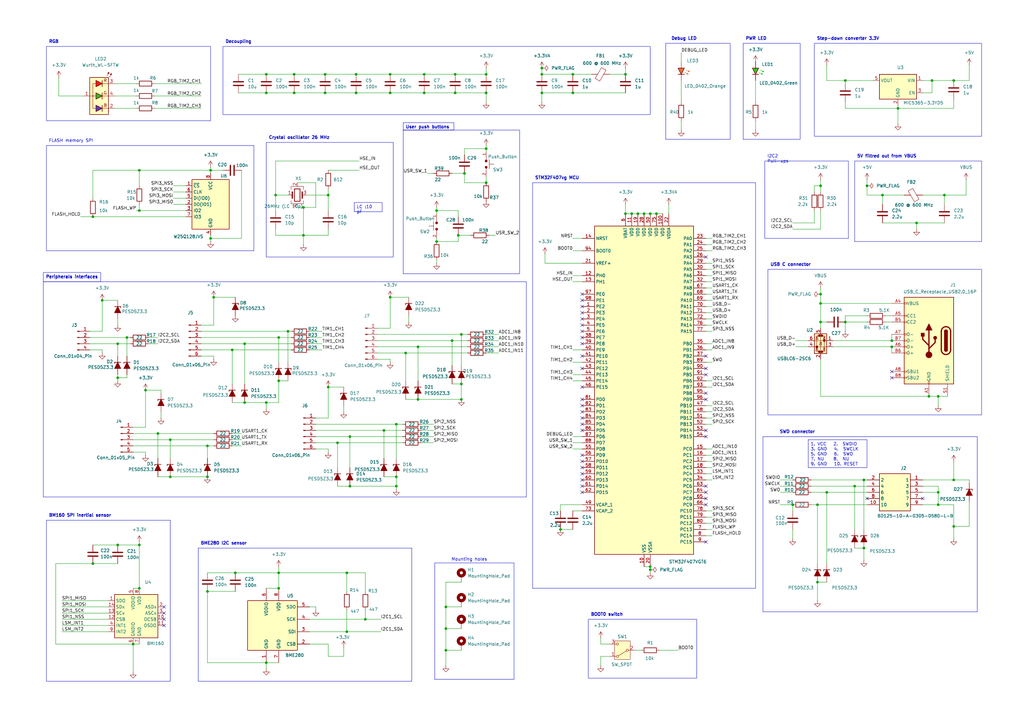
<source format=kicad_sch>
(kicad_sch (version 20231120) (generator "eeschema") (generator_version "8.0")
  (paper "A3")
  (junction (at 189.23 137.16))
  (junction (at 354.33 224.79))
  (junction (at 85.09 195.58))
  (junction (at 336.55 132.08))
  (junction (at 381 162.56))
  (junction (at 199.39 60.96))
  (junction (at 138.43 181.61))
  (junction (at 142.24 234.95))
  (junction (at 391.16 196.85))
  (junction (at 179.07 86.36))
  (junction (at 234.95 30.48))
  (junction (at 368.3 44.45))
  (junction (at 355.6 76.2))
  (junction (at 173.99 38.1))
  (junction (at 134.62 158.75))
  (junction (at 142.24 259.08))
  (junction (at 199.39 38.1))
  (junction (at 234.95 38.1))
  (junction (at 266.7 87.63))
  (junction (at 48.26 154.94))
  (junction (at 266.7 233.68))
  (junction (at 146.05 38.1))
  (junction (at 182.88 266.7))
  (junction (at 336.55 76.2))
  (junction (at 189.23 163.83))
  (junction (at 57.15 223.52))
  (junction (at 269.24 87.63))
  (junction (at 162.56 195.58))
  (junction (at 48.26 140.97))
  (junction (at 59.69 160.02))
  (junction (at 57.15 241.3))
  (junction (at 134.62 80.01))
  (junction (at 64.77 177.8))
  (junction (at 157.48 176.53))
  (junction (at 166.37 144.78))
  (junction (at 229.87 217.17))
  (junction (at 160.02 121.92))
  (junction (at 182.88 257.81))
  (junction (at 85.09 182.88))
  (junction (at 266.7 232.41))
  (junction (at 160.02 30.48))
  (junction (at 259.08 87.63))
  (junction (at 336.55 120.65))
  (junction (at 133.35 30.48))
  (junction (at 179.07 99.06))
  (junction (at 95.25 143.51))
  (junction (at 173.99 30.48))
  (junction (at 261.62 87.63))
  (junction (at 86.36 97.79))
  (junction (at 384.81 201.93))
  (junction (at 38.1 88.9))
  (junction (at 109.22 30.48))
  (junction (at 256.54 87.63))
  (junction (at 391.16 33.02))
  (junction (at 48.26 223.52))
  (junction (at 85.09 242.57))
  (junction (at 335.28 207.01))
  (junction (at 222.25 38.1))
  (junction (at 365.76 142.24))
  (junction (at 109.22 38.1))
  (junction (at 57.15 69.85))
  (junction (at 114.3 241.3))
  (junction (at 186.69 38.1))
  (junction (at 41.91 123.19))
  (junction (at 350.52 199.39))
  (junction (at 160.02 38.1))
  (junction (at 222.25 30.48))
  (junction (at 114.3 138.43))
  (junction (at 346.71 132.08))
  (junction (at 199.39 74.93))
  (junction (at 69.85 180.34))
  (junction (at 346.71 33.02))
  (junction (at 52.07 138.43))
  (junction (at 113.03 80.01))
  (junction (at 109.22 165.1))
  (junction (at 171.45 142.24))
  (junction (at 339.09 201.93))
  (junction (at 335.28 238.76))
  (junction (at 382.27 33.02))
  (junction (at 54.61 264.16))
  (junction (at 87.63 121.92))
  (junction (at 256.54 30.48))
  (junction (at 124.46 85.09))
  (junction (at 57.15 86.36))
  (junction (at 86.36 69.85))
  (junction (at 354.33 196.85))
  (junction (at 384.81 162.56))
  (junction (at 199.39 30.48))
  (junction (at 146.05 30.48))
  (junction (at 189.23 157.48))
  (junction (at 149.86 254))
  (junction (at 361.95 80.01))
  (junction (at 375.92 91.44))
  (junction (at 120.65 30.48))
  (junction (at 190.5 71.12))
  (junction (at 120.65 38.1))
  (junction (at 171.45 163.83))
  (junction (at 100.33 165.1))
  (junction (at 100.33 140.97))
  (junction (at 384.81 207.01))
  (junction (at 162.56 199.39))
  (junction (at 264.16 87.63))
  (junction (at 325.12 207.01))
  (junction (at 143.51 199.39))
  (junction (at 387.35 80.01))
  (junction (at 114.3 156.21))
  (junction (at 186.69 30.48))
  (junction (at 162.56 173.99))
  (junction (at 124.46 96.52))
  (junction (at 185.42 139.7))
  (junction (at 69.85 195.58))
  (junction (at 182.88 248.92))
  (junction (at 114.3 234.95))
  (junction (at 133.35 38.1))
  (junction (at 187.96 96.52))
  (junction (at 109.22 271.78))
  (junction (at 391.16 215.9))
  (junction (at 38.1 231.14))
  (junction (at 365.76 139.7))
  (junction (at 336.55 124.46))
  (junction (at 222.25 27.94))
  (junction (at 143.51 179.07))
  (junction (at 118.11 135.89))
  (junction (at 96.52 234.95))
  (no_connect (at 238.76 140.97))
  (no_connect (at 289.56 179.07))
  (no_connect (at 365.76 152.4))
  (no_connect (at 289.56 201.93))
  (no_connect (at 238.76 201.93))
  (no_connect (at 238.76 138.43))
  (no_connect (at 238.76 168.91))
  (no_connect (at 67.31 251.46))
  (no_connect (at 238.76 171.45))
  (no_connect (at 289.56 222.25))
  (no_connect (at 289.56 105.41))
  (no_connect (at 67.31 248.92))
  (no_connect (at 238.76 158.75))
  (no_connect (at 238.76 120.65))
  (no_connect (at 238.76 173.99))
  (no_connect (at 289.56 176.53))
  (no_connect (at 365.76 154.94))
  (no_connect (at 238.76 123.19))
  (no_connect (at 238.76 191.77))
  (no_connect (at 238.76 133.35))
  (no_connect (at 289.56 161.29))
  (no_connect (at 238.76 189.23))
  (no_connect (at 289.56 199.39))
  (no_connect (at 238.76 176.53))
  (no_connect (at 289.56 146.05))
  (no_connect (at 289.56 207.01))
  (no_connect (at 378.46 204.47))
  (no_connect (at 238.76 151.13))
  (no_connect (at 238.76 125.73))
  (no_connect (at 289.56 153.67))
  (no_connect (at 238.76 135.89))
  (no_connect (at 289.56 204.47))
  (no_connect (at 238.76 194.31))
  (no_connect (at 289.56 151.13))
  (no_connect (at 238.76 196.85))
  (no_connect (at 238.76 199.39))
  (no_connect (at 238.76 128.27))
  (no_connect (at 355.6 204.47))
  (no_connect (at 67.31 256.54))
  (no_connect (at 238.76 130.81))
  (no_connect (at 67.31 254))
  (no_connect (at 238.76 146.05))
  (no_connect (at 238.76 166.37))
  (no_connect (at 238.76 186.69))
  (no_connect (at 238.76 163.83))
  (no_connect (at 289.56 163.83))
  (wire (pts (xy 25.4 246.38) (xy 44.45 246.38)))
  (wire (pts (xy 82.55 39.37) (xy 63.5 39.37)))
  (wire (pts (xy 82.55 140.97) (xy 100.33 140.97)))
  (wire (pts (xy 146.05 30.48) (xy 160.02 30.48)))
  (wire (pts (xy 234.95 148.59) (xy 238.76 148.59)))
  (wire (pts (xy 38.1 88.9) (xy 76.2 88.9)))
  (wire (pts (xy 179.07 97.79) (xy 179.07 99.06)))
  (wire (pts (xy 256.54 83.82) (xy 256.54 87.63)))
  (wire (pts (xy 129.54 74.93) (xy 129.54 85.09)))
  (wire (pts (xy 134.62 69.85) (xy 147.32 69.85)))
  (wire (pts (xy 341.63 139.7) (xy 365.76 139.7)))
  (wire (pts (xy 127 259.08) (xy 142.24 259.08)))
  (wire (pts (xy 95.25 143.51) (xy 119.38 143.51)))
  (wire (pts (xy 177.8 71.12) (xy 175.26 71.12)))
  (wire (pts (xy 355.6 80.01) (xy 361.95 80.01)))
  (wire (pts (xy 46.99 39.37) (xy 55.88 39.37)))
  (wire (pts (xy 289.56 113.03) (xy 292.1 113.03)))
  (wire (pts (xy 234.95 143.51) (xy 238.76 143.51)))
  (wire (pts (xy 147.32 66.04) (xy 113.03 66.04)))
  (wire (pts (xy 182.88 238.76) (xy 182.88 248.92)))
  (wire (pts (xy 114.3 148.59) (xy 114.3 138.43)))
  (wire (pts (xy 289.56 217.17) (xy 292.1 217.17)))
  (wire (pts (xy 109.22 241.3) (xy 114.3 241.3)))
  (wire (pts (xy 186.69 30.48) (xy 199.39 30.48)))
  (wire (pts (xy 129.54 173.99) (xy 162.56 173.99)))
  (wire (pts (xy 109.22 30.48) (xy 120.65 30.48)))
  (wire (pts (xy 289.56 118.11) (xy 292.1 118.11)))
  (wire (pts (xy 46.99 44.45) (xy 55.88 44.45)))
  (wire (pts (xy 355.6 73.66) (xy 355.6 76.2)))
  (wire (pts (xy 346.71 44.45) (xy 368.3 44.45)))
  (wire (pts (xy 114.3 138.43) (xy 119.38 138.43)))
  (wire (pts (xy 279.4 33.02) (xy 279.4 41.91)))
  (wire (pts (xy 54.61 182.88) (xy 85.09 182.88)))
  (wire (pts (xy 289.56 148.59) (xy 292.1 148.59)))
  (wire (pts (xy 64.77 177.8) (xy 64.77 187.96)))
  (wire (pts (xy 336.55 162.56) (xy 381 162.56)))
  (wire (pts (xy 124.46 85.09) (xy 129.54 85.09)))
  (wire (pts (xy 134.62 93.98) (xy 134.62 96.52)))
  (wire (pts (xy 127 254) (xy 149.86 254)))
  (wire (pts (xy 100.33 140.97) (xy 100.33 157.48)))
  (wire (pts (xy 199.39 59.69) (xy 199.39 60.96)))
  (wire (pts (xy 57.15 86.36) (xy 76.2 86.36)))
  (wire (pts (xy 54.61 264.16) (xy 54.61 275.59)))
  (wire (pts (xy 350.52 199.39) (xy 350.52 217.17)))
  (wire (pts (xy 129.54 179.07) (xy 143.51 179.07)))
  (wire (pts (xy 143.51 179.07) (xy 165.1 179.07)))
  (wire (pts (xy 334.01 78.74) (xy 334.01 76.2)))
  (wire (pts (xy 33.02 88.9) (xy 38.1 88.9)))
  (wire (pts (xy 354.33 196.85) (xy 354.33 217.17)))
  (wire (pts (xy 289.56 186.69) (xy 292.1 186.69)))
  (wire (pts (xy 48.26 223.52) (xy 57.15 223.52)))
  (wire (pts (xy 335.28 238.76) (xy 335.28 246.38)))
  (wire (pts (xy 378.46 199.39) (xy 384.81 199.39)))
  (wire (pts (xy 384.81 201.93) (xy 384.81 207.01)))
  (wire (pts (xy 397.51 198.12) (xy 397.51 196.85)))
  (wire (pts (xy 156.21 259.08) (xy 142.24 259.08)))
  (wire (pts (xy 289.56 133.35) (xy 292.1 133.35)))
  (wire (pts (xy 54.61 185.42) (xy 59.69 185.42)))
  (wire (pts (xy 325.12 91.44) (xy 334.01 91.44)))
  (wire (pts (xy 387.35 80.01) (xy 387.35 83.82)))
  (wire (pts (xy 234.95 209.55) (xy 238.76 209.55)))
  (wire (pts (xy 384.81 162.56) (xy 388.62 162.56)))
  (wire (pts (xy 157.48 187.96) (xy 157.48 176.53)))
  (wire (pts (xy 187.96 96.52) (xy 193.04 96.52)))
  (wire (pts (xy 86.36 69.85) (xy 86.36 71.12)))
  (wire (pts (xy 320.04 199.39) (xy 325.12 199.39)))
  (wire (pts (xy 86.36 68.58) (xy 86.36 69.85)))
  (wire (pts (xy 341.63 142.24) (xy 365.76 142.24)))
  (wire (pts (xy 129.54 248.92) (xy 129.54 250.19)))
  (wire (pts (xy 259.08 87.63) (xy 261.62 87.63)))
  (wire (pts (xy 246.38 264.16) (xy 246.38 261.62)))
  (wire (pts (xy 66.04 160.02) (xy 66.04 161.29)))
  (wire (pts (xy 200.66 96.52) (xy 203.2 96.52)))
  (wire (pts (xy 160.02 121.92) (xy 167.64 121.92)))
  (wire (pts (xy 162.56 199.39) (xy 162.56 200.66)))
  (wire (pts (xy 127 138.43) (xy 132.08 138.43)))
  (wire (pts (xy 270.51 266.7) (xy 278.13 266.7)))
  (wire (pts (xy 354.33 196.85) (xy 355.6 196.85)))
  (wire (pts (xy 289.56 97.79) (xy 292.1 97.79)))
  (wire (pts (xy 48.26 140.97) (xy 48.26 146.05)))
  (wire (pts (xy 320.04 201.93) (xy 325.12 201.93)))
  (wire (pts (xy 118.11 135.89) (xy 118.11 148.59)))
  (wire (pts (xy 160.02 147.32) (xy 160.02 148.59)))
  (wire (pts (xy 57.15 222.25) (xy 57.15 223.52)))
  (wire (pts (xy 154.94 139.7) (xy 185.42 139.7)))
  (wire (pts (xy 52.07 153.67) (xy 52.07 154.94)))
  (wire (pts (xy 289.56 102.87) (xy 292.1 102.87)))
  (wire (pts (xy 69.85 180.34) (xy 69.85 187.96)))
  (wire (pts (xy 179.07 106.68) (xy 179.07 107.95)))
  (wire (pts (xy 66.04 168.91) (xy 66.04 171.45)))
  (wire (pts (xy 391.16 215.9) (xy 391.16 220.98)))
  (wire (pts (xy 57.15 76.2) (xy 57.15 69.85)))
  (wire (pts (xy 325.12 207.01) (xy 325.12 209.55)))
  (wire (pts (xy 289.56 107.95) (xy 292.1 107.95)))
  (wire (pts (xy 127 248.92) (xy 129.54 248.92)))
  (wire (pts (xy 325.12 217.17) (xy 325.12 220.98)))
  (wire (pts (xy 279.4 49.53) (xy 279.4 53.34)))
  (wire (pts (xy 326.39 142.24) (xy 331.47 142.24)))
  (wire (pts (xy 332.74 196.85) (xy 354.33 196.85)))
  (wire (pts (xy 25.4 248.92) (xy 44.45 248.92)))
  (wire (pts (xy 250.19 30.48) (xy 256.54 30.48)))
  (wire (pts (xy 336.55 73.66) (xy 336.55 76.2)))
  (wire (pts (xy 368.3 43.18) (xy 368.3 44.45)))
  (wire (pts (xy 113.03 93.98) (xy 113.03 96.52)))
  (wire (pts (xy 59.69 160.02) (xy 59.69 175.26)))
  (wire (pts (xy 358.14 33.02) (xy 346.71 33.02)))
  (wire (pts (xy 134.62 80.01) (xy 134.62 86.36)))
  (wire (pts (xy 264.16 232.41) (xy 266.7 232.41)))
  (wire (pts (xy 309.88 49.53) (xy 309.88 53.34)))
  (wire (pts (xy 71.12 76.2) (xy 76.2 76.2)))
  (wire (pts (xy 179.07 85.09) (xy 179.07 86.36)))
  (wire (pts (xy 179.07 86.36) (xy 187.96 86.36)))
  (wire (pts (xy 355.6 76.2) (xy 355.6 80.01)))
  (wire (pts (xy 336.55 134.62) (xy 336.55 132.08)))
  (wire (pts (xy 157.48 195.58) (xy 162.56 195.58)))
  (wire (pts (xy 346.71 129.54) (xy 346.71 132.08)))
  (wire (pts (xy 266.7 232.41) (xy 266.7 233.68)))
  (wire (pts (xy 82.55 146.05) (xy 87.63 146.05)))
  (wire (pts (xy 85.09 242.57) (xy 85.09 271.78)))
  (wire (pts (xy 289.56 120.65) (xy 292.1 120.65)))
  (wire (pts (xy 48.26 154.94) (xy 48.26 156.21)))
  (wire (pts (xy 118.11 135.89) (xy 119.38 135.89)))
  (wire (pts (xy 289.56 135.89) (xy 292.1 135.89)))
  (wire (pts (xy 289.56 100.33) (xy 292.1 100.33)))
  (wire (pts (xy 52.07 154.94) (xy 48.26 154.94)))
  (wire (pts (xy 113.03 80.01) (xy 113.03 86.36)))
  (wire (pts (xy 134.62 269.24) (xy 140.97 269.24)))
  (wire (pts (xy 289.56 158.75) (xy 292.1 158.75)))
  (wire (pts (xy 48.26 153.67) (xy 48.26 154.94)))
  (wire (pts (xy 57.15 69.85) (xy 86.36 69.85)))
  (wire (pts (xy 199.39 60.96) (xy 190.5 60.96)))
  (wire (pts (xy 138.43 181.61) (xy 165.1 181.61)))
  (wire (pts (xy 24.13 31.75) (xy 24.13 39.37)))
  (wire (pts (xy 41.91 143.51) (xy 41.91 144.78)))
  (wire (pts (xy 289.56 209.55) (xy 292.1 209.55)))
  (wire (pts (xy 82.55 133.35) (xy 87.63 133.35)))
  (wire (pts (xy 378.46 196.85) (xy 391.16 196.85)))
  (wire (pts (xy 36.83 135.89) (xy 41.91 135.89)))
  (wire (pts (xy 60.96 138.43) (xy 64.77 138.43)))
  (wire (pts (xy 87.63 121.92) (xy 96.52 121.92)))
  (wire (pts (xy 396.24 73.66) (xy 396.24 80.01)))
  (wire (pts (xy 222.25 38.1) (xy 222.25 41.91)))
  (wire (pts (xy 339.09 26.67) (xy 339.09 33.02)))
  (wire (pts (xy 185.42 139.7) (xy 191.77 139.7)))
  (wire (pts (xy 52.07 138.43) (xy 53.34 138.43)))
  (wire (pts (xy 71.12 81.28) (xy 76.2 81.28)))
  (wire (pts (xy 85.09 182.88) (xy 85.09 187.96)))
  (wire (pts (xy 361.95 91.44) (xy 375.92 91.44)))
  (wire (pts (xy 134.62 184.15) (xy 134.62 185.42)))
  (wire (pts (xy 186.69 38.1) (xy 199.39 38.1)))
  (wire (pts (xy 95.25 180.34) (xy 99.06 180.34)))
  (wire (pts (xy 279.4 21.59) (xy 279.4 25.4)))
  (wire (pts (xy 160.02 121.92) (xy 160.02 134.62)))
  (wire (pts (xy 149.86 250.19) (xy 149.86 254)))
  (wire (pts (xy 309.88 33.02) (xy 309.88 41.91)))
  (wire (pts (xy 172.72 173.99) (xy 177.8 173.99)))
  (wire (pts (xy 129.54 181.61) (xy 138.43 181.61)))
  (wire (pts (xy 129.54 176.53) (xy 157.48 176.53)))
  (wire (pts (xy 223.52 104.14) (xy 223.52 107.95)))
  (wire (pts (xy 229.87 207.01) (xy 238.76 207.01)))
  (wire (pts (xy 173.99 30.48) (xy 186.69 30.48)))
  (wire (pts (xy 172.72 176.53) (xy 177.8 176.53)))
  (wire (pts (xy 129.54 184.15) (xy 134.62 184.15)))
  (wire (pts (xy 87.63 146.05) (xy 87.63 147.32)))
  (wire (pts (xy 57.15 83.82) (xy 57.15 86.36)))
  (wire (pts (xy 133.35 30.48) (xy 146.05 30.48)))
  (wire (pts (xy 391.16 33.02) (xy 397.51 33.02)))
  (wire (pts (xy 154.94 144.78) (xy 166.37 144.78)))
  (wire (pts (xy 289.56 110.49) (xy 292.1 110.49)))
  (wire (pts (xy 127 264.16) (xy 134.62 264.16)))
  (wire (pts (xy 99.06 69.85) (xy 99.06 97.79)))
  (wire (pts (xy 187.96 96.52) (xy 187.96 99.06)))
  (wire (pts (xy 113.03 80.01) (xy 118.11 80.01)))
  (wire (pts (xy 391.16 40.64) (xy 391.16 44.45)))
  (wire (pts (xy 69.85 180.34) (xy 87.63 180.34)))
  (wire (pts (xy 199.39 38.1) (xy 199.39 41.91)))
  (wire (pts (xy 397.51 215.9) (xy 391.16 215.9)))
  (wire (pts (xy 234.95 30.48) (xy 242.57 30.48)))
  (wire (pts (xy 234.95 181.61) (xy 238.76 181.61)))
  (wire (pts (xy 149.86 242.57) (xy 149.86 234.95)))
  (wire (pts (xy 95.25 165.1) (xy 100.33 165.1)))
  (wire (pts (xy 339.09 231.14) (xy 339.09 201.93)))
  (wire (pts (xy 289.56 171.45) (xy 292.1 171.45)))
  (wire (pts (xy 162.56 173.99) (xy 165.1 173.99)))
  (wire (pts (xy 120.65 30.48) (xy 133.35 30.48)))
  (wire (pts (xy 120.65 38.1) (xy 133.35 38.1)))
  (wire (pts (xy 365.76 142.24) (xy 365.76 144.78)))
  (wire (pts (xy 189.23 137.16) (xy 191.77 137.16)))
  (wire (pts (xy 172.72 179.07) (xy 177.8 179.07)))
  (wire (pts (xy 339.09 201.93) (xy 355.6 201.93)))
  (wire (pts (xy 185.42 157.48) (xy 189.23 157.48)))
  (wire (pts (xy 190.5 71.12) (xy 185.42 71.12)))
  (wire (pts (xy 38.1 231.14) (xy 48.26 231.14)))
  (wire (pts (xy 82.55 138.43) (xy 114.3 138.43)))
  (wire (pts (xy 134.62 96.52) (xy 124.46 96.52)))
  (wire (pts (xy 289.56 143.51) (xy 292.1 143.51)))
  (wire (pts (xy 182.88 266.7) (xy 182.88 273.05)))
  (wire (pts (xy 391.16 44.45) (xy 368.3 44.45)))
  (wire (pts (xy 160.02 30.48) (xy 173.99 30.48)))
  (wire (pts (xy 114.3 232.41) (xy 114.3 234.95)))
  (wire (pts (xy 234.95 153.67) (xy 238.76 153.67)))
  (wire (pts (xy 199.39 139.7) (xy 204.47 139.7)))
  (wire (pts (xy 190.5 71.12) (xy 190.5 74.93)))
  (wire (pts (xy 134.62 158.75) (xy 140.97 158.75)))
  (wire (pts (xy 289.56 196.85) (xy 292.1 196.85)))
  (wire (pts (xy 199.39 27.94) (xy 199.39 30.48)))
  (wire (pts (xy 199.39 72.39) (xy 199.39 74.93)))
  (wire (pts (xy 162.56 173.99) (xy 162.56 187.96)))
  (wire (pts (xy 109.22 271.78) (xy 114.3 271.78)))
  (wire (pts (xy 182.88 257.81) (xy 182.88 266.7)))
  (wire (pts (xy 336.55 147.32) (xy 336.55 162.56)))
  (wire (pts (xy 361.95 80.01) (xy 361.95 83.82)))
  (wire (pts (xy 99.06 97.79) (xy 86.36 97.79)))
  (wire (pts (xy 171.45 142.24) (xy 191.77 142.24)))
  (wire (pts (xy 375.92 91.44) (xy 375.92 93.98)))
  (wire (pts (xy 85.09 234.95) (xy 96.52 234.95)))
  (wire (pts (xy 166.37 156.21) (xy 166.37 144.78)))
  (wire (pts (xy 41.91 123.19) (xy 48.26 123.19)))
  (wire (pts (xy 336.55 120.65) (xy 336.55 124.46)))
  (wire (pts (xy 261.62 87.63) (xy 264.16 87.63)))
  (wire (pts (xy 54.61 175.26) (xy 59.69 175.26)))
  (wire (pts (xy 289.56 166.37) (xy 292.1 166.37)))
  (wire (pts (xy 114.3 156.21) (xy 114.3 165.1)))
  (wire (pts (xy 138.43 181.61) (xy 138.43 191.77)))
  (wire (pts (xy 171.45 142.24) (xy 171.45 156.21)))
  (wire (pts (xy 121.92 74.93) (xy 129.54 74.93)))
  (wire (pts (xy 140.97 166.37) (xy 140.97 168.91)))
  (wire (pts (xy 363.22 129.54) (xy 365.76 129.54)))
  (wire (pts (xy 274.32 83.82) (xy 274.32 87.63)))
  (wire (pts (xy 222.25 30.48) (xy 234.95 30.48)))
  (wire (pts (xy 378.46 80.01) (xy 387.35 80.01)))
  (wire (pts (xy 289.56 128.27) (xy 292.1 128.27)))
  (wire (pts (xy 346.71 129.54) (xy 355.6 129.54)))
  (wire (pts (xy 384.81 207.01) (xy 391.16 207.01)))
  (wire (pts (xy 325.12 93.98) (xy 336.55 93.98)))
  (wire (pts (xy 86.36 97.79) (xy 86.36 99.06)))
  (wire (pts (xy 266.7 87.63) (xy 269.24 87.63)))
  (wire (pts (xy 246.38 269.24) (xy 246.38 273.05)))
  (wire (pts (xy 59.69 185.42) (xy 59.69 186.69)))
  (wire (pts (xy 336.55 76.2) (xy 336.55 78.74)))
  (wire (pts (xy 57.15 223.52) (xy 57.15 241.3)))
  (wire (pts (xy 95.25 177.8) (xy 99.06 177.8)))
  (wire (pts (xy 100.33 165.1) (xy 109.22 165.1)))
  (wire (pts (xy 48.26 130.81) (xy 48.26 133.35)))
  (wire (pts (xy 289.56 214.63) (xy 292.1 214.63)))
  (wire (pts (xy 289.56 194.31) (xy 292.1 194.31)))
  (wire (pts (xy 179.07 86.36) (xy 179.07 87.63)))
  (wire (pts (xy 140.97 269.24) (xy 140.97 265.43)))
  (wire (pts (xy 346.71 33.02) (xy 346.71 34.29)))
  (wire (pts (xy 154.94 142.24) (xy 171.45 142.24)))
  (wire (pts (xy 173.99 38.1) (xy 186.69 38.1)))
  (wire (pts (xy 199.39 144.78) (xy 204.47 144.78)))
  (wire (pts (xy 289.56 130.81) (xy 292.1 130.81)))
  (wire (pts (xy 97.79 38.1) (xy 109.22 38.1)))
  (wire (pts (xy 289.56 156.21) (xy 292.1 156.21)))
  (wire (pts (xy 222.25 38.1) (xy 234.95 38.1)))
  (wire (pts (xy 289.56 219.71) (xy 292.1 219.71)))
  (wire (pts (xy 114.3 165.1) (xy 109.22 165.1)))
  (wire (pts (xy 336.55 124.46) (xy 365.76 124.46)))
  (wire (pts (xy 114.3 234.95) (xy 142.24 234.95)))
  (wire (pts (xy 234.95 102.87) (xy 238.76 102.87)))
  (wire (pts (xy 133.35 38.1) (xy 146.05 38.1)))
  (wire (pts (xy 250.19 269.24) (xy 246.38 269.24)))
  (wire (pts (xy 55.88 86.36) (xy 57.15 86.36)))
  (wire (pts (xy 289.56 212.09) (xy 292.1 212.09)))
  (wire (pts (xy 289.56 184.15) (xy 292.1 184.15)))
  (wire (pts (xy 64.77 177.8) (xy 87.63 177.8)))
  (wire (pts (xy 339.09 33.02) (xy 346.71 33.02)))
  (wire (pts (xy 154.94 137.16) (xy 189.23 137.16)))
  (wire (pts (xy 320.04 196.85) (xy 325.12 196.85)))
  (wire (pts (xy 142.24 250.19) (xy 142.24 259.08)))
  (wire (pts (xy 332.74 201.93) (xy 339.09 201.93)))
  (wire (pts (xy 138.43 199.39) (xy 143.51 199.39)))
  (wire (pts (xy 189.23 137.16) (xy 189.23 149.86)))
  (wire (pts (xy 38.1 69.85) (xy 57.15 69.85)))
  (wire (pts (xy 234.95 179.07) (xy 238.76 179.07)))
  (wire (pts (xy 95.25 182.88) (xy 99.06 182.88)))
  (wire (pts (xy 382.27 38.1) (xy 382.27 33.02)))
  (wire (pts (xy 85.09 182.88) (xy 87.63 182.88)))
  (wire (pts (xy 60.96 140.97) (xy 64.77 140.97)))
  (wire (pts (xy 109.22 271.78) (xy 109.22 274.32)))
  (wire (pts (xy 166.37 144.78) (xy 191.77 144.78)))
  (wire (pts (xy 124.46 85.09) (xy 124.46 96.52)))
  (wire (pts (xy 69.85 195.58) (xy 85.09 195.58)))
  (wire (pts (xy 134.62 158.75) (xy 134.62 171.45)))
  (wire (pts (xy 229.87 217.17) (xy 234.95 217.17)))
  (wire (pts (xy 365.76 137.16) (xy 365.76 139.7)))
  (wire (pts (xy 320.04 207.01) (xy 325.12 207.01)))
  (wire (pts (xy 189.23 238.76) (xy 182.88 238.76)))
  (wire (pts (xy 335.28 238.76) (xy 339.09 238.76)))
  (wire (pts (xy 59.69 160.02) (xy 66.04 160.02)))
  (wire (pts (xy 199.39 142.24) (xy 204.47 142.24)))
  (wire (pts (xy 332.74 207.01) (xy 335.28 207.01)))
  (wire (pts (xy 334.01 76.2) (xy 336.55 76.2)))
  (wire (pts (xy 381 162.56) (xy 384.81 162.56)))
  (wire (pts (xy 289.56 173.99) (xy 292.1 173.99)))
  (wire (pts (xy 129.54 171.45) (xy 134.62 171.45)))
  (wire (pts (xy 289.56 189.23) (xy 292.1 189.23)))
  (wire (pts (xy 264.16 87.63) (xy 266.7 87.63)))
  (wire (pts (xy 223.52 107.95) (xy 238.76 107.95)))
  (wire (pts (xy 387.35 80.01) (xy 396.24 80.01)))
  (wire (pts (xy 87.63 121.92) (xy 87.63 133.35)))
  (wire (pts (xy 250.19 264.16) (xy 246.38 264.16)))
  (wire (pts (xy 22.86 231.14) (xy 22.86 264.16)))
  (wire (pts (xy 326.39 139.7) (xy 331.47 139.7)))
  (wire (pts (xy 260.35 266.7) (xy 262.89 266.7)))
  (wire (pts (xy 46.99 34.29) (xy 55.88 34.29)))
  (wire (pts (xy 361.95 80.01) (xy 370.84 80.01)))
  (wire (pts (xy 149.86 254) (xy 156.21 254)))
  (wire (pts (xy 368.3 44.45) (xy 368.3 50.8)))
  (wire (pts (xy 171.45 163.83) (xy 189.23 163.83)))
  (wire (pts (xy 57.15 264.16) (xy 54.61 264.16)))
  (wire (pts (xy 222.25 27.94) (xy 222.25 30.48)))
  (wire (pts (xy 363.22 132.08) (xy 365.76 132.08)))
  (wire (pts (xy 378.46 33.02) (xy 382.27 33.02)))
  (wire (pts (xy 187.96 86.36) (xy 187.96 88.9)))
  (wire (pts (xy 85.09 271.78) (xy 109.22 271.78)))
  (wire (pts (xy 149.86 234.95) (xy 142.24 234.95)))
  (wire (pts (xy 36.83 140.97) (xy 48.26 140.97)))
  (wire (pts (xy 234.95 184.15) (xy 238.76 184.15)))
  (wire (pts (xy 289.56 191.77) (xy 292.1 191.77)))
  (wire (pts (xy 335.28 207.01) (xy 335.28 231.14)))
  (wire (pts (xy 350.52 224.79) (xy 354.33 224.79)))
  (wire (pts (xy 289.56 140.97) (xy 292.1 140.97)))
  (wire (pts (xy 54.61 180.34) (xy 69.85 180.34)))
  (wire (pts (xy 182.88 248.92) (xy 189.23 248.92)))
  (wire (pts (xy 82.55 143.51) (xy 95.25 143.51)))
  (wire (pts (xy 97.79 30.48) (xy 109.22 30.48)))
  (wire (pts (xy 146.05 38.1) (xy 160.02 38.1)))
  (wire (pts (xy 54.61 241.3) (xy 57.15 241.3)))
  (wire (pts (xy 100.33 140.97) (xy 119.38 140.97)))
  (wire (pts (xy 114.3 234.95) (xy 114.3 241.3)))
  (wire (pts (xy 336.55 124.46) (xy 336.55 132.08)))
  (wire (pts (xy 384.81 199.39) (xy 384.81 201.93)))
  (wire (pts (xy 113.03 66.04) (xy 113.03 80.01)))
  (wire (pts (xy 114.3 156.21) (xy 118.11 156.21)))
  (wire (pts (xy 189.23 157.48) (xy 189.23 163.83)))
  (wire (pts (xy 109.22 165.1) (xy 109.22 167.64)))
  (wire (pts (xy 22.86 264.16) (xy 54.61 264.16)))
  (wire (pts (xy 336.55 118.11) (xy 336.55 120.65)))
  (wire (pts (xy 334.01 86.36) (xy 334.01 91.44)))
  (wire (pts (xy 354.33 224.79) (xy 354.33 229.87)))
  (wire (pts (xy 269.24 87.63) (xy 271.78 87.63)))
  (wire (pts (xy 332.74 199.39) (xy 350.52 199.39)))
  (wire (pts (xy 157.48 176.53) (xy 165.1 176.53)))
  (wire (pts (xy 24.13 39.37) (xy 34.29 39.37)))
  (wire (pts (xy 25.4 254) (xy 44.45 254)))
  (wire (pts (xy 289.56 125.73) (xy 292.1 125.73)))
  (wire (pts (xy 96.52 234.95) (xy 114.3 234.95)))
  (wire (pts (xy 336.55 93.98) (xy 336.55 86.36)))
  (wire (pts (xy 391.16 207.01) (xy 391.16 215.9)))
  (wire (pts (xy 346.71 132.08) (xy 346.71 135.89)))
  (wire (pts (xy 71.12 78.74) (xy 76.2 78.74)))
  (wire (pts (xy 378.46 201.93) (xy 384.81 201.93)))
  (wire (pts (xy 134.62 77.47) (xy 134.62 80.01)))
  (wire (pts (xy 234.95 38.1) (xy 256.54 38.1)))
  (wire (pts (xy 336.55 132.08) (xy 339.09 132.08)))
  (wire (pts (xy 384.81 162.56) (xy 384.81 166.37)))
  (wire (pts (xy 289.56 168.91) (xy 292.1 168.91)))
  (wire (pts (xy 199.39 137.16) (xy 204.47 137.16)))
  (wire (pts (xy 266.7 233.68) (xy 266.7 234.95)))
  (wire (pts (xy 289.56 123.19) (xy 292.1 123.19)))
  (wire (pts (xy 234.95 113.03) (xy 238.76 113.03)))
  (wire (pts (xy 397.51 196.85) (xy 391.16 196.85)))
  (wire (pts (xy 199.39 60.96) (xy 199.39 62.23)))
  (wire (pts (xy 82.55 34.29) (xy 63.5 34.29)))
  (wire (pts (xy 86.36 69.85) (xy 91.44 69.85)))
  (wire (pts (xy 234.95 97.79) (xy 238.76 97.79)))
  (wire (pts (xy 335.28 207.01) (xy 355.6 207.01)))
  (wire (pts (xy 179.07 99.06) (xy 187.96 99.06)))
  (wire (pts (xy 378.46 38.1) (xy 382.27 38.1)))
  (wire (pts (xy 190.5 60.96) (xy 190.5 63.5)))
  (wire (pts (xy 143.51 179.07) (xy 143.51 191.77)))
  (wire (pts (xy 154.94 147.32) (xy 160.02 147.32)))
  (wire (pts (xy 36.83 138.43) (xy 52.07 138.43)))
  (wire (pts (xy 397.51 205.74) (xy 397.51 215.9)))
  (wire (pts (xy 38.1 81.28) (xy 38.1 69.85)))
  (wire (pts (xy 113.03 96.52) (xy 124.46 96.52)))
  (wire (pts (xy 397.51 33.02) (xy 397.51 26.67)))
  (wire (pts (xy 378.46 207.01) (xy 384.81 207.01)))
  (wire (pts (xy 189.23 266.7) (xy 182.88 266.7)))
  (wire (pts (xy 350.52 199.39) (xy 355.6 199.39)))
  (wire (pts (xy 82.55 135.89) (xy 118.11 135.89)))
  (wire (pts (xy 234.95 115.57) (xy 238.76 115.57)))
  (wire (pts (xy 25.4 251.46) (xy 44.45 251.46)))
  (wire (pts (xy 234.95 156.21) (xy 238.76 156.21)))
  (wire (pts (xy 142.24 234.95) (xy 142.24 242.57)))
  (wire (pts (xy 134.62 264.16) (xy 134.62 269.24)))
  (wire (pts (xy 109.22 38.1) (xy 120.65 38.1)))
  (wire (pts (xy 185.42 139.7) (xy 185.42 149.86)))
  (wire (pts (xy 182.88 257.81) (xy 189.23 257.81)))
  (wire (pts (xy 127 143.51) (xy 132.08 143.51)))
  (wire (pts (xy 143.51 199.39) (xy 162.56 199.39)))
  (wire (pts (xy 41.91 123.19) (xy 41.91 135.89)))
  (wire (pts (xy 125.73 80.01) (xy 134.62 80.01)))
  (wire (pts (xy 25.4 256.54) (xy 44.45 256.54)))
  (wire (pts (xy 48.26 140.97) (xy 53.34 140.97)))
  (wire (pts (xy 162.56 195.58) (xy 162.56 199.39)))
  (wire (pts (xy 52.07 138.43) (xy 52.07 146.05)))
  (wire (pts (xy 121.92 85.09) (xy 124.46 85.09)))
  (wire (pts (xy 95.25 143.51) (xy 95.25 157.48)))
  (wire (pts (xy 256.54 27.94) (xy 256.54 30.48)))
  (wire (pts (xy 182.88 248.92) (xy 182.88 257.81)))
  (wire (pts (xy 38.1 231.14) (xy 22.86 231.14)))
  (wire (pts (xy 391.16 196.85) (xy 391.16 189.23)))
  (wire (pts (xy 86.36 96.52) (xy 86.36 97.79)))
  (wire (pts (xy 36.83 143.51) (xy 41.91 143.51)))
  (wire (pts (xy 127 140.97) (xy 132.08 140.97)))
  (wire (pts (xy 64.77 195.58) (xy 69.85 195.58)))
  (wire (pts (xy 127 135.89) (xy 132.08 135.89)))
  (wire (pts (xy 256.54 87.63) (xy 259.08 87.63)))
  (wire (pts (xy 167.64 129.54) (xy 167.64 132.08)))
  (wire (pts (xy 71.12 83.82) (xy 76.2 83.82)))
  (wire (pts (xy 82.55 44.45) (xy 63.5 44.45)))
  (wire (pts (xy 172.72 181.61) (xy 177.8 181.61)))
  (wire (pts (xy 382.27 33.02) (xy 391.16 33.02)))
  (wire (pts (xy 54.61 177.8) (xy 64.77 177.8)))
  (wire (pts (xy 160.02 38.1) (xy 173.99 38.1)))
  (wire (pts (xy 346.71 41.91) (xy 346.71 44.45)))
  (wire (pts (xy 289.56 115.57) (xy 292.1 115.57)))
  (wire (pts (xy 346.71 132.08) (xy 355.6 132.08)))
  (wire (pts (xy 25.4 259.08) (xy 44.45 259.08)))
  (wire (pts (xy 229.87 209.55) (xy 229.87 207.01)))
  (wire (pts (xy 154.94 134.62) (xy 160.02 134.62)))
  (wire (pts (xy 199.39 74.93) (xy 190.5 74.93)))
  (wire (pts (xy 375.92 91.44) (xy 387.35 91.44)))
  (wire (pts (xy 166.37 163.83) (xy 171.45 163.83)))
  (wire (pts (xy 85.09 242.57) (xy 96.52 242.57)))
  (wire (pts (xy 124.46 96.52) (xy 124.46 100.33)))
  (wire (pts (xy 38.1 223.52) (xy 48.26 223.52)))
  (rectangle (start 334.01 17.78) (end 402.59 55.88))
  (rectangle (start 314.96 110.49) (end 402.59 170.18))
  (rectangle (start 313.69 66.04) (end 347.98 97.79))
  (rectangle (start 91.44 19.05) (end 266.7 46.99))
  (rectangle (start 273.05 17.78) (end 299.466 57.15))
  (rectangle (start 81.28 224.79) (end 168.91 279.4))
  (rectangle (start 350.52 66.04) (end 402.59 99.06))
  (rectangle (start 109.22 58.42) (end 161.29 105.41))
  (rectangle (start 304.8 17.78) (end 328.168 57.15))
  (rectangle (start 19.05 19.05) (end 86.36 49.53))
  (rectangle (start 165.354 53.34) (end 213.106 112.268))
  (rectangle (start 178.308 230.886) (end 210.82 278.638))
  (rectangle (start 17.78 115.57) (end 215.9 203.835))
  (rectangle (start 19.05 59.69) (end 104.14 102.87))
  (rectangle (start 241.3 254) (end 285.75 278.13))
  (rectangle (start 312.928 179.07) (end 400.812 250.952))
  (rectangle (start 218.44 74.93) (end 309.88 241.3))
  (rectangle (start 19.05 213.36) (end 69.85 279.4))
  (text_box "SWD connector" (at 318.77 175.26 0) (size 17.78 3.81) (stroke (width -0.0001)) (effects (font (size 1.27 1.27) (thickness 0.254) (bold yes)) (justify left top)))
  (text_box "BOOT0 switch" (at 241.3 250.19 0) (size 15.24 3.81) (stroke (width -0.0001)) (effects (font (size 1.27 1.27) (thickness 0.254) (bold yes)) (justify left top)))
  (text_box "BME280 I2C sensor" (at 81.28 220.98 0) (size 21.59 3.81) (stroke (width -0.0001)) (effects (font (size 1.27 1.27) (thickness 0.254) (bold yes)) (justify left top)))
  (text_box "FLASH memory SPI" (at 19.05 55.88 0) (size 20.32 3.81) (stroke (width -0.0001)) (effects (font (size 1.27 1.27)) (justify left top)))
  (text_box "Crystal oscillator 26 MHz" (at 109.22 54.61 0) (size 30.48 3.81) (stroke (width -0.0001)) (effects (font (size 1.27 1.27) (thickness 0.254) (bold yes)) (justify left top)))
  (text_box "RGB" (at 19.05 15.24 0) (size 7.62 3.81) (stroke (width -0.0001)) (effects (font (size 1.27 1.27) (thickness 0.254) (bold yes)) (justify left top)))
  (text_box "Mounting holes" (at 184.15 227.584 0) (size 19.304 3.302) (stroke (width -0.0001)) (effects (font (size 1.27 1.27)) (justify left top)))
  (text_box "1. VCC   2.  SWDIO\n3. GND   4.  SWCLK\n5. GND   6.  SWO\n7. NU    8.  NU\n9. GND   10. RESET" (at 331.47 180.34 0) (size 24.13 11.43) (effects (font (size 1.27 1.27) (thickness 0.1588)) (justify left top)))
  (text_box "User push buttons" (at 165.354 50.292 0) (size 20.828 3.048) (effects (font (size 1.27 1.27) (thickness 0.254) (bold yes)) (justify left top)))
  (text_box "5V filtred out from VBUS" (at 350.52 62.23 0) (size 26.67 3.81) (stroke (width -0.0001)) (effects (font (size 1.27 1.27) (thickness 0.254) (bold yes)) (justify left top)))
  (text_box "Step-down converter 3.3V" (at 334.01 13.97 0) (size 27.94 3.81) (stroke (width -0.0001)) (effects (font (size 1.27 1.27) (thickness 0.254) (bold yes)) (justify left top)))
  (text_box "STM32F407vg MCU" (at 218.44 71.12 0) (size 20.32 3.81) (stroke (width -0.0001)) (effects (font (size 1.27 1.27) (thickness 0.254) (bold yes)) (justify left top)))
  (text_box "I2C2 Pull-ups" (at 313.69 62.23 0) (size 15.875 3.81) (stroke (width -0.0001)) (effects (font (size 1.27 1.27)) (justify left top)))
  (text_box "Peripherals interfaces" (at 17.78 111.76 0) (size 23.495 3.81) (effects (font (size 1.27 1.27) (thickness 0.254) (bold yes)) (justify left top)))
  (text_box "BM160 SPI inertial sensor" (at 19.05 209.55 0) (size 31.75 3.81) (stroke (width -0.0001)) (effects (font (size 1.27 1.27) (thickness 0.254) (bold yes)) (justify left top)))
  (text_box "USB C connector" (at 314.96 106.68 0) (size 19.05 3.81) (stroke (width -0.0001)) (effects (font (size 1.27 1.27) (thickness 0.254) (bold yes)) (justify left top)))
  (text_box "Decoupling" (at 91.44 15.24 0) (size 12.7 3.81) (stroke (width -0.0001)) (effects (font (size 1.27 1.27) (thickness 0.254) (bold yes)) (justify left top)))
  (text_box "LC :10 pF" (at 145.288 83.058 0) (size 11.43 3.81) (effects (font (size 1.27 1.27)) (justify left top)))
  (text_box "PWR LED" (at 304.8 13.97 0) (size 11.43 3.81) (stroke (width -0.0001)) (effects (font (size 1.27 1.27) (thickness 0.254) (bold yes)) (justify left top)))
  (text_box "Debug LED" (at 274.32 13.97 0) (size 12.446 3.81) (stroke (width -0.0001)) (effects (font (size 1.27 1.27) (thickness 0.254) (bold yes)) (justify left top)))
  (label "ADC1_IN11" (at 292.1 186.69 0))
  (label "DEBUG_LED" (at 279.4 21.59 0) (effects (font (thickness 0.1588))))
  (label "ADC1_IN11" (at 204.47 144.78 0))
  (label "HSE_OUT" (at 147.32 69.85 0))
  (label "ADC1_IN10" (at 204.47 142.24 0))
  (label "SPI3_MISO" (at 292.1 212.09 0) (effects (font (thickness 0.1588))))
  (label "USART1_TX" (at 292.1 120.65 0))
  (label "SWDIO" (at 320.04 196.85 180))
  (label "USR_SW_1" (at 175.26 71.12 180) (effects (font (thickness 0.1588))))
  (label "TIM1_CH3" (at 234.95 153.67 180))
  (label "LSM_INT2" (at 25.4 259.08 0))
  (label "DEBUG_LED" (at 234.95 179.07 180) (effects (font (thickness 0.1588))))
  (label "SPI3_MOSI" (at 292.1 214.63 0) (effects (font (thickness 0.1588))))
  (label "USB_D-" (at 326.39 139.7 180))
  (label "SPI1_MISO" (at 292.1 113.03 0))
  (label "I2C2_SDA" (at 325.12 93.98 180))
  (label "USART1_CK" (at 292.1 118.11 0))
  (label "SPI2_MISO" (at 292.1 189.23 0))
  (label "SPI1_MOSI" (at 292.1 115.57 0))
  (label "SPI2_MOSI" (at 177.8 181.61 0))
  (label "HSE_IN" (at 234.95 113.03 180))
  (label "TIM1_CH1" (at 234.95 143.51 180))
  (label "RGB_TIM2_CH2" (at 82.55 39.37 180))
  (label "USART1_RX" (at 99.06 182.88 0))
  (label "LSM_INT2" (at 292.1 196.85 0))
  (label "SWDIO" (at 292.1 130.81 0))
  (label "I2C2_SCL" (at 64.77 138.43 0))
  (label "LSM_INT1" (at 25.4 256.54 0))
  (label "FLASH_WP" (at 55.88 86.36 180) (effects (font (thickness 0.1588))))
  (label "SPI2_SCK" (at 292.1 173.99 0))
  (label "USB_D+" (at 326.39 142.24 180))
  (label "SPI1_NSS" (at 25.4 254 0))
  (label "SPI2_MOSI" (at 292.1 191.77 0))
  (label "SPI3_MISO" (at 71.12 83.82 180) (effects (font (thickness 0.1588))))
  (label "TIM1_CH2" (at 234.95 148.59 180))
  (label "SPI3_NSS" (at 292.1 135.89 0) (effects (font (thickness 0.1588))))
  (label "BOOT0" (at 234.95 102.87 180))
  (label "RGB_TIM2_CH3" (at 82.55 44.45 180))
  (label "SWO" (at 320.04 201.93 180))
  (label "HSE_IN" (at 147.32 66.04 0))
  (label "ADC1_IN9" (at 292.1 143.51 0))
  (label "NRST" (at 234.95 97.79 180) (effects (font (thickness 0.1588))))
  (label "SWO" (at 292.1 148.59 0))
  (label "FLASH_WP" (at 292.1 217.17 0) (effects (font (thickness 0.1588))))
  (label "USR_SW_1" (at 234.95 181.61 180) (effects (font (thickness 0.1588))))
  (label "I2C1_SCL" (at 292.1 156.21 0) (effects (font (thickness 0.1588))))
  (label "ADC1_IN9" (at 204.47 139.7 0))
  (label "SPI3_SCK" (at 292.1 209.55 0) (effects (font (thickness 0.1588))))
  (label "ADC1_IN8" (at 292.1 140.97 0))
  (label "RGB_TIM2_CH3" (at 292.1 102.87 0))
  (label "SPI3_NSS" (at 71.12 76.2 180) (effects (font (thickness 0.1588))))
  (label "USB_D+" (at 292.1 128.27 0))
  (label "USART1_TX" (at 99.06 180.34 0))
  (label "I2C2_SDA" (at 64.77 140.97 0))
  (label "TIM1_CH3" (at 132.08 140.97 0))
  (label "ADC1_IN8" (at 204.47 137.16 0))
  (label "USB_D-" (at 292.1 125.73 0))
  (label "TIM1_CH2" (at 132.08 138.43 0))
  (label "BOOT0" (at 278.13 266.7 0))
  (label "SPI1_SCK" (at 25.4 251.46 0))
  (label "SPI2_MISO" (at 177.8 179.07 0))
  (label "TIM1_CH4" (at 132.08 143.51 0))
  (label "SPI2_NSS" (at 177.8 173.99 0))
  (label "TIM1_CH4" (at 234.95 156.21 180))
  (label "RGB_TIM2_CH2" (at 292.1 100.33 0))
  (label "RGB_TIM2_CH1" (at 292.1 97.79 0))
  (label "FLASH_HOLD" (at 292.1 219.71 0))
  (label "I2C1_SDA" (at 292.1 158.75 0) (effects (font (thickness 0.1588))))
  (label "SPI1_MOSI" (at 25.4 248.92 0))
  (label "USART1_RX" (at 292.1 123.19 0))
  (label "SPI3_MOSI" (at 71.12 81.28 180) (effects (font (thickness 0.1588))))
  (label "SPI1_MISO" (at 25.4 246.38 0))
  (label "FLASH_HOLD" (at 33.02 88.9 180))
  (label "ADC1_IN10" (at 292.1 184.15 0))
  (label "I2C1_SCL" (at 156.21 254 0) (effects (font (thickness 0.1588))))
  (label "NRST" (at 320.04 207.01 180))
  (label "I2C1_SDA" (at 156.21 259.08 0) (effects (font (thickness 0.1588))))
  (label "SPI1_SCK" (at 292.1 110.49 0))
  (label "I2C2_SCL" (at 325.12 91.44 180))
  (label "I2C2_SCL" (at 292.1 166.37 0))
  (label "SPI2_NSS" (at 292.1 171.45 0))
  (label "HSE_OUT" (at 234.95 115.57 180))
  (label "SPI3_SCK" (at 71.12 78.74 180) (effects (font (thickness 0.1588))))
  (label "SWCLK" (at 292.1 133.35 0))
  (label "SWCLK" (at 320.04 199.39 180))
  (label "RGB_TIM2_CH1" (at 82.55 34.29 180))
  (label "USR_SW_2" (at 234.95 184.15 180) (effects (font (thickness 0.1588))))
  (label "SPI1_NSS" (at 292.1 107.95 0))
  (label "TIM1_CH1" (at 132.08 135.89 0))
  (label "USART1_CK" (at 99.06 177.8 0))
  (label "USR_SW_2" (at 203.2 96.52 0) (effects (font (thickness 0.1588))))
  (label "LSM_INT1" (at 292.1 194.31 0))
  (label "SPI2_SCK" (at 177.8 176.53 0))
  (label "I2C2_SDA" (at 292.1 168.91 0))
  (symbol (lib_id "PCM_Diode_TVS_AKL:PESD5Z3.3") (at 354.33 220.98 90) (unit 1)
    (property "Reference" "D26" (at 356.87 219.7099 90) (effects (justify right)))
    (property "Value" "PESD5Z3.3" (at 356.616 226.06 90) (effects (justify right)))
    (property "Footprint" "PCM_Diode_SMD_AKL:D_SOD-523" (effects (hide yes)))
    (property "Datasheet" "https://www.tme.eu/Document/3c6a1b13f99e008797b9691fffda5f5d/PESD5ZX_SER.pdf" (effects (hide yes)))
    (property "Description" "SOD-523 Unidirectional TVS diode, 3.3V, 260W, Alternate KiCAD Library" (effects (hide yes)))
  )
  (symbol (lib_id "power:GND") (at 109.22 167.64 0) (unit 1)
    (property "Reference" "#PWR053" (effects (hide yes)))
    (property "Value" "GND" (effects (hide yes)))
    (property "Description" "Power symbol creates a global label with name \"GND\" , ground" (effects (hide yes)))
  )
  (symbol (lib_id "PCM_Diode_TVS_AKL:PESD5Z3.3") (at 48.26 127 270) (mirror x) (unit 1)
    (property "Reference" "D6" (at 52.832 125.476 90) (effects (justify right)))
    (property "Value" "PESD5Z3.3" (at 60.452 127.762 90) (effects (justify right)))
    (property "Footprint" "PCM_Diode_SMD_AKL:D_SOD-523" (effects (hide yes)))
    (property "Datasheet" "https://www.tme.eu/Document/3c6a1b13f99e008797b9691fffda5f5d/PESD5ZX_SER.pdf" (effects (hide yes)))
    (property "Description" "SOD-523 Unidirectional TVS diode, 3.3V, 260W, Alternate KiCAD Library" (effects (hide yes)))
  )
  (symbol (lib_id "Device:R") (at 57.15 140.97 90) (unit 1)
    (property "Reference" "R18" (at 61.976 139.954 90))
    (property "Value" "22" (at 57.15 140.97 90))
    (property "Footprint" "Resistor_SMD:R_0402_1005Metric" (effects (hide yes)))
    (property "Description" "Resistor" (effects (hide yes)))
  )
  (symbol (lib_id "Regulator_Linear:MIC5365-3.3YD5") (at 368.3 35.56 0) (mirror y) (unit 1)
    (property "Reference" "U3" (at 369.316 27.686 0))
    (property "Value" "MIC5365-3.3YD5" (at 378.714 42.164 0))
    (property "Footprint" "Package_TO_SOT_SMD:SOT-23-5" (effects (hide yes)))
    (property "Datasheet" "http://ww1.microchip.com/downloads/en/DeviceDoc/mic5365.pdf" (effects (hide yes)))
    (property "Description" "150mA Low-dropout Voltage Regulator, Vout 3.3V, Vin up to 5.5V, SOT-23-5" (effects (hide yes)))
  )
  (symbol (lib_id "power:+3.3VA") (at 274.32 83.82 0) (unit 1)
    (property "Reference" "#PWR07" (effects (hide yes)))
    (property "Value" "+3.3VA" (at 274.32 78.74 0))
    (property "Description" "Power symbol creates a global label with name \"+3.3VA\"" (effects (hide yes)))
  )
  (symbol (lib_id "power:+3.3V") (at 179.07 85.09 0) (unit 1)
    (property "Reference" "#PWR061" (effects (hide yes)))
    (property "Value" "+3.3V" (at 179.07 80.01 0))
    (property "Description" "Power symbol creates a global label with name \"+3.3V\"" (effects (hide yes)))
  )
  (symbol (lib_id "power:GND") (at 279.4 53.34 0) (unit 1)
    (property "Reference" "#PWR063" (effects (hide yes)))
    (property "Value" "GND" (effects (hide yes)))
    (property "Description" "Power symbol creates a global label with name \"GND\" , ground" (effects (hide yes)))
  )
  (symbol (lib_id "PCM_Diode_TVS_AKL:PESD5Z3.3") (at 162.56 191.77 90) (unit 1)
    (property "Reference" "D16" (at 165.1 190.4999 90) (effects (justify right)))
    (property "Value" "PESD5Z3.3" (at 165.1 193.0399 90) (effects (justify right)))
    (property "Footprint" "PCM_Diode_SMD_AKL:D_SOD-523" (effects (hide yes)))
    (property "Datasheet" "https://www.tme.eu/Document/3c6a1b13f99e008797b9691fffda5f5d/PESD5ZX_SER.pdf" (effects (hide yes)))
    (property "Description" "SOD-523 Unidirectional TVS diode, 3.3V, 260W, Alternate KiCAD Library" (effects (hide yes)))
  )
  (symbol (lib_id "power:+3.3VA") (at 222.25 27.94 0) (unit 1)
    (property "Reference" "#PWR04" (effects (hide yes)))
    (property "Value" "+3.3VA" (at 222.25 22.86 0))
    (property "Description" "Power symbol creates a global label with name \"+3.3VA\"" (effects (hide yes)))
  )
  (symbol (lib_id "power:GND") (at 85.09 195.58 0) (unit 1)
    (property "Reference" "#PWR049" (effects (hide yes)))
    (property "Value" "GND" (effects (hide yes)))
    (property "Description" "Power symbol creates a global label with name \"GND\" , ground" (effects (hide yes)))
  )
  (symbol (lib_id "power:+3.3V") (at 391.16 189.23 0) (unit 1)
    (property "Reference" "#PWR016" (effects (hide yes)))
    (property "Value" "+3.3V" (at 391.16 184.15 0))
    (property "Description" "Power symbol creates a global label with name \"+3.3V\"" (effects (hide yes)))
  )
  (symbol (lib_id "Device:FerriteBead") (at 246.38 30.48 90) (unit 1)
    (property "Reference" "FB1" (at 246.3292 22.86 90))
    (property "Value" "600 @ 600 MHz" (at 246.888 25.908 90))
    (property "Footprint" "Inductor_SMD:L_0603_1608Metric" (effects (hide yes)))
    (property "Description" "Ferrite bead" (effects (hide yes)))
  )
  (symbol (lib_id "Device:R") (at 328.93 207.01 90) (unit 1)
    (property "Reference" "R9" (at 324.104 205.994 90))
    (property "Value" "22" (at 328.93 207.01 90))
    (property "Footprint" "Resistor_SMD:R_0402_1005Metric" (effects (hide yes)))
    (property "Description" "Resistor" (effects (hide yes)))
  )
  (symbol (lib_id "Device:R") (at 195.58 139.7 90) (unit 1)
    (property "Reference" "R33" (at 200.66 138.684 90))
    (property "Value" "22" (at 195.58 139.7 90))
    (property "Footprint" "Resistor_SMD:R_0402_1005Metric" (effects (hide yes)))
    (property "Description" "Resistor" (effects (hide yes)))
  )
  (symbol (lib_id "Device:C") (at 342.9 132.08 270) (unit 1)
    (property "Reference" "C27" (at 342.9 136.652 90))
    (property "Value" "100n" (at 342.9 127 90))
    (property "Footprint" "Capacitor_SMD:C_0402_1005Metric" (effects (hide yes)))
    (property "Description" "Unpolarized capacitor" (effects (hide yes)))
  )
  (symbol (lib_id "Device:C") (at 134.62 90.17 0) (unit 1)
    (property "Reference" "C16" (at 138.43 88.8999 0) (effects (justify left)))
    (property "Value" "10p" (at 138.43 91.4399 0) (effects (justify left)))
    (property "Footprint" "Capacitor_SMD:C_0402_1005Metric" (effects (hide yes)))
    (property "Description" "Unpolarized capacitor" (effects (hide yes)))
  )
  (symbol (lib_id "power:+5V") (at 355.6 73.66 0) (unit 1)
    (property "Reference" "#PWR022" (effects (hide yes)))
    (property "Value" "+5V" (at 355.6 68.58 0))
    (property "Description" "Power symbol creates a global label with name \"+5V\"" (effects (hide yes)))
  )
  (symbol (lib_id "power:+3.3V") (at 24.13 31.75 0) (unit 1)
    (property "Reference" "#PWR08" (effects (hide yes)))
    (property "Value" "+3.3V" (at 24.13 26.67 0))
    (property "Description" "Power symbol creates a global label with name \"+3.3V\"" (effects (hide yes)))
  )
  (symbol (lib_id "Device:R") (at 279.4 45.72 180) (unit 1)
    (property "Reference" "R40" (at 276.606 45.974 0))
    (property "Value" "1k" (at 283.21 45.974 0))
    (property "Footprint" "Resistor_SMD:R_0402_1005Metric" (effects (hide yes)))
    (property "Description" "Resistor" (effects (hide yes)))
  )
  (symbol (lib_id "PCM_Diode_TVS_AKL:PESD5Z3.3") (at 166.37 160.02 90) (unit 1)
    (property "Reference" "D20" (at 160.528 157.734 90) (effects (justify right)))
    (property "Value" "PESD5Z3.3" (at 154.178 160.782 90) (effects (justify right)))
    (property "Footprint" "PCM_Diode_SMD_AKL:D_SOD-523" (effects (hide yes)))
    (property "Datasheet" "https://www.tme.eu/Document/3c6a1b13f99e008797b9691fffda5f5d/PESD5ZX_SER.pdf" (effects (hide yes)))
    (property "Description" "SOD-523 Unidirectional TVS diode, 3.3V, 260W, Alternate KiCAD Library" (effects (hide yes)))
  )
  (symbol (lib_id "Device:R") (at 123.19 140.97 90) (unit 1)
    (property "Reference" "R24" (at 128.27 139.954 90))
    (property "Value" "22" (at 123.19 140.97 90))
    (property "Footprint" "Resistor_SMD:R_0402_1005Metric" (effects (hide yes)))
    (property "Description" "Resistor" (effects (hide yes)))
  )
  (symbol (lib_id "power:+3.3V") (at 57.15 222.25 0) (unit 1)
    (property "Reference" "#PWR018" (effects (hide yes)))
    (property "Value" "+3.3V" (at 57.15 217.17 0))
    (property "Description" "Power symbol creates a global label with name \"+3.3V\"" (effects (hide yes)))
  )
  (symbol (lib_id "power:VBUS") (at 396.24 73.66 0) (unit 1)
    (property "Reference" "#PWR027" (effects (hide yes)))
    (property "Value" "VBUS" (at 396.24 68.58 0))
    (property "Description" "Power symbol creates a global label with name \"VBUS\"" (effects (hide yes)))
  )
  (symbol (lib_id "power:GND") (at 96.52 129.54 0) (unit 1)
    (property "Reference" "#PWR052" (effects (hide yes)))
    (property "Value" "GND" (effects (hide yes)))
    (property "Description" "Power symbol creates a global label with name \"GND\" , ground" (effects (hide yes)))
  )
  (symbol (lib_id "Device:C") (at 222.25 34.29 0) (unit 1)
    (property "Reference" "C9" (at 226.06 33.0199 0) (effects (justify left)))
    (property "Value" "100n" (at 226.06 35.5599 0) (effects (justify left)))
    (property "Footprint" "Capacitor_SMD:C_0402_1005Metric" (effects (hide yes)))
    (property "Description" "Unpolarized capacitor" (effects (hide yes)))
  )
  (symbol (lib_id "Device:C") (at 229.87 213.36 180) (unit 1)
    (property "Reference" "C13" (at 225.298 210.566 0) (effects (justify right)))
    (property "Value" "2.2u" (at 225.552 215.392 0) (effects (justify right)))
    (property "Footprint" "Capacitor_SMD:C_0805_2012Metric" (effects (hide yes)))
    (property "Description" "Unpolarized capacitor" (effects (hide yes)))
  )
  (symbol (lib_id "Device:R") (at 328.93 196.85 90) (unit 1)
    (property "Reference" "R12" (at 323.596 195.58 90))
    (property "Value" "22" (at 329.184 196.85 90))
    (property "Footprint" "Resistor_SMD:R_0402_1005Metric" (effects (hide yes)))
    (property "Description" "Resistor" (effects (hide yes)))
  )
  (symbol (lib_id "power:+3.3V") (at 160.02 121.92 0) (unit 1)
    (property "Reference" "#PWR046" (effects (hide yes)))
    (property "Value" "+3.3V" (at 160.02 116.84 0))
    (property "Description" "Power symbol creates a global label with name \"+3.3V\"" (effects (hide yes)))
  )
  (symbol (lib_id "Device:R") (at 328.93 201.93 90) (unit 1)
    (property "Reference" "R10" (at 323.596 200.914 90))
    (property "Value" "22" (at 328.93 201.93 90))
    (property "Footprint" "Resistor_SMD:R_0402_1005Metric" (effects (hide yes)))
    (property "Description" "Resistor" (effects (hide yes)))
  )
  (symbol (lib_id "PCM_Diode_TVS_AKL:PESD5Z3.3") (at 96.52 125.73 270) (mirror x) (unit 1)
    (property "Reference" "D8" (at 101.092 124.206 90) (effects (justify right)))
    (property "Value" "PESD5Z3.3" (at 108.712 126.492 90) (effects (justify right)))
    (property "Footprint" "PCM_Diode_SMD_AKL:D_SOD-523" (effects (hide yes)))
    (property "Datasheet" "https://www.tme.eu/Document/3c6a1b13f99e008797b9691fffda5f5d/PESD5ZX_SER.pdf" (effects (hide yes)))
    (property "Description" "SOD-523 Unidirectional TVS diode, 3.3V, 260W, Alternate KiCAD Library" (effects (hide yes)))
  )
  (symbol (lib_id "Device:C") (at 387.35 87.63 0) (unit 1)
    (property "Reference" "C23" (at 391.16 86.3599 0) (effects (justify left)))
    (property "Value" "2.2u" (at 391.16 88.8999 0) (effects (justify left)))
    (property "Footprint" "Capacitor_SMD:C_0805_2012Metric" (effects (hide yes)))
    (property "Description" "Unpolarized capacitor" (effects (hide yes)))
  )
  (symbol (lib_id "Connector:Conn_01x06_Pin") (at 124.46 176.53 0) (unit 1)
    (property "Reference" "J6" (at 125.095 166.37 0))
    (property "Value" "Conn_01x06_Pin" (at 119.38 186.69 0))
    (property "Footprint" "Connector_Wire:SolderWire-0.1sqmm_1x06_P3.6mm_D0.4mm_OD1mm" (effects (hide yes)))
    (property "Description" "Generic connector, single row, 01x06, script generated" (effects (hide yes)))
  )
  (symbol (lib_id "PCM_Diode_TVS_AKL:PESD5Z3.3") (at 189.23 153.67 270) (mirror x) (unit 1)
    (property "Reference" "D19" (at 193.802 152.146 90) (effects (justify right)))
    (property "Value" "PESD5Z3.3" (at 201.422 154.432 90) (effects (justify right)))
    (property "Footprint" "PCM_Diode_SMD_AKL:D_SOD-523" (effects (hide yes)))
    (property "Datasheet" "https://www.tme.eu/Document/3c6a1b13f99e008797b9691fffda5f5d/PESD5ZX_SER.pdf" (effects (hide yes)))
    (property "Description" "SOD-523 Unidirectional TVS diode, 3.3V, 260W, Alternate KiCAD Library" (effects (hide yes)))
  )
  (symbol (lib_id "power:+3.3V") (at 86.36 68.58 0) (unit 1)
    (property "Reference" "#PWR032" (effects (hide yes)))
    (property "Value" "+3.3V" (at 86.36 63.5 0))
    (property "Description" "Power symbol creates a global label with name \"+3.3V\"" (effects (hide yes)))
  )
  (symbol (lib_id "Device:C") (at 48.26 227.33 180) (unit 1)
    (property "Reference" "C21" (at 52.07 226.0599 0) (effects (justify right)))
    (property "Value" "100n" (at 52.07 228.5999 0) (effects (justify right)))
    (property "Footprint" "Capacitor_SMD:C_0402_1005Metric" (effects (hide yes)))
    (property "Description" "Unpolarized capacitor" (effects (hide yes)))
  )
  (symbol (lib_id "Device:C") (at 361.95 87.63 180) (unit 1)
    (property "Reference" "C24" (at 365.76 86.3599 0) (effects (justify right)))
    (property "Value" "2.2u" (at 365.76 88.8999 0) (effects (justify right)))
    (property "Footprint" "Capacitor_SMD:C_0805_2012Metric" (effects (hide yes)))
    (property "Description" "Unpolarized capacitor" (effects (hide yes)))
  )
  (symbol (lib_id "Device:R") (at 59.69 39.37 270) (mirror x) (unit 1)
    (property "Reference" "R7" (at 63.5 37.338 90))
    (property "Value" "1k" (at 55.88 37.084 90))
    (property "Footprint" "Resistor_SMD:R_0402_1005Metric" (effects (hide yes)))
    (property "Description" "Resistor" (effects (hide yes)))
  )
  (symbol (lib_id "PCM_LED_AKL:Wurth_WL-SFTW") (at 40.64 39.37 0) (unit 1)
    (property "Reference" "LED2" (at 41.2496 24.13 0))
    (property "Value" "Wurth_WL-SFTW" (at 41.2496 26.67 0))
    (property "Footprint" "PCM_LED_SMD_AKL:LED_RGB_Wuerth-PLCC4_3.2x2.8mm_150141M173100" (effects (hide yes)))
    (property "Datasheet" "https://www.we-online.com/components/products/datasheet/150141M173100.pdf" (effects (hide yes)))
    (property "Description" "RGB LED, PLCC-4 3.2x2.8mm, common anode, Alternate KiCad Library" (effects (hide yes)))
  )
  (symbol (lib_id "Device:R") (at 195.58 137.16 90) (unit 1)
    (property "Reference" "R32" (at 200.66 136.144 90))
    (property "Value" "22" (at 195.58 137.16 90))
    (property "Footprint" "Resistor_SMD:R_0402_1005Metric" (effects (hide yes)))
    (property "Description" "Resistor" (effects (hide yes)))
  )
  (symbol (lib_id "Device:R") (at 195.58 144.78 90) (unit 1)
    (property "Reference" "R35" (at 200.66 143.764 90))
    (property "Value" "22" (at 195.58 144.78 90))
    (property "Footprint" "Resistor_SMD:R_0402_1005Metric" (effects (hide yes)))
    (property "Description" "Resistor" (effects (hide yes)))
  )
  (symbol (lib_id "power:GND") (at 41.91 144.78 0) (unit 1)
    (property "Reference" "#PWR038" (effects (hide yes)))
    (property "Value" "GND" (effects (hide yes)))
    (property "Description" "Power symbol creates a global label with name \"GND\" , ground" (effects (hide yes)))
  )
  (symbol (lib_id "Mechanical:MountingHole_Pad") (at 189.23 255.27 0) (unit 1) (exclude_from_sim yes) (in_bom no)
    (property "Reference" "H3" (at 191.77 252.7299 0) (effects (justify left)))
    (property "Value" "MountingHole_Pad" (at 191.77 255.2699 0) (effects (justify left)))
    (property "Footprint" "MountingHole:MountingHole_2.2mm_M2_Pad_Via" (effects (hide yes)))
    (property "Description" "Mounting Hole with connection" (effects (hide yes)))
  )
  (symbol (lib_id "Device:R") (at 334.01 82.55 0) (mirror y) (unit 1)
    (property "Reference" "R31" (at 331.47 81.2799 0) (effects (justify left)))
    (property "Value" "2.2k" (at 331.47 83.8199 0) (effects (justify left)))
    (property "Footprint" "Resistor_SMD:R_0402_1005Metric" (effects (hide yes)))
    (property "Description" "Resistor" (effects (hide yes)))
  )
  (symbol (lib_id "Device:R") (at 91.44 182.88 90) (unit 1)
    (property "Reference" "R21" (at 96.52 181.864 90))
    (property "Value" "22" (at 91.44 182.88 90))
    (property "Footprint" "Resistor_SMD:R_0402_1005Metric" (effects (hide yes)))
    (property "Description" "Resistor" (effects (hide yes)))
  )
  (symbol (lib_id "Device:C") (at 109.22 34.29 0) (unit 1)
    (property "Reference" "C2" (at 113.03 33.0199 0) (effects (justify left)))
    (property "Value" "100n" (at 113.03 35.5599 0) (effects (justify left)))
    (property "Footprint" "Capacitor_SMD:C_0402_1005Metric" (effects (hide yes)))
    (property "Description" "Unpolarized capacitor" (effects (hide yes)))
  )
  (symbol (lib_id "Device:C") (at 95.25 69.85 270) (unit 1)
    (property "Reference" "C20" (at 91.186 67.564 90))
    (property "Value" "100n" (at 99.314 67.818 90))
    (property "Footprint" "Capacitor_SMD:C_0402_1005Metric" (effects (hide yes)))
    (property "Description" "Unpolarized capacitor" (effects (hide yes)))
  )
  (symbol (lib_id "Device:R") (at 199.39 78.74 0) (mirror x) (unit 1)
    (property "Reference" "R37" (at 202.692 81.026 0))
    (property "Value" "10k" (at 196.088 80.518 0))
    (property "Footprint" "Resistor_SMD:R_0402_1005Metric" (effects (hide yes)))
    (property "Description" "Resistor" (effects (hide yes)))
  )
  (symbol (lib_id "power:GND") (at 375.92 93.98 0) (unit 1)
    (property "Reference" "#PWR028" (effects (hide yes)))
    (property "Value" "GND" (effects (hide yes)))
    (property "Description" "Power symbol creates a global label with name \"GND\" , ground" (effects (hide yes)))
  )
  (symbol (lib_id "Device:Crystal_GND24") (at 121.92 80.01 0) (unit 1)
    (property "Reference" "X1" (at 122.428 73.152 0))
    (property "Value" "26MHz (LC 10p)" (at 116.332 84.582 0))
    (property "Footprint" "Crystal:Crystal_SMD_3225-4Pin_3.2x2.5mm" (effects (hide yes)))
    (property "Datasheet" "http://www.txccrystal.com/images/pdf/7m-accuracy.pdf" (effects (hide yes)))
    (property "Description" "Four pin crystal, GND on pins 2 and 4" (effects (hide yes)))
  )
  (symbol (lib_id "Device:R") (at 149.86 246.38 0) (unit 1)
    (property "Reference" "R13" (at 152.908 242.316 0))
    (property "Value" "4k7" (at 153.162 249.936 0))
    (property "Footprint" "Resistor_SMD:R_0402_1005Metric" (effects (hide yes)))
    (property "Description" "Resistor" (effects (hide yes)))
  )
  (symbol (lib_id "Sensor_Motion:BMI160") (at 57.15 251.46 0) (unit 1)
    (property "Reference" "U4" (at 59.3441 238.76 0) (effects (justify left)))
    (property "Value" "BMI160" (at 60.198 263.906 0) (effects (justify left)))
    (property "Footprint" "Package_LGA:Bosch_LGA-14_3x2.5mm_P0.5mm" (effects (hide yes)))
    (property "Datasheet" "https://www.bosch-sensortec.com/media/boschsensortec/downloads/datasheets/bst-bmi160-ds000.pdf" (effects (hide yes)))
    (property "Description" "Small, low power inertial measurement unit, LGA-14" (effects (hide yes)))
  )
  (symbol (lib_id "power:GND") (at 335.28 246.38 0) (unit 1)
    (property "Reference" "#PWR062" (effects (hide yes)))
    (property "Value" "GND" (effects (hide yes)))
    (property "Description" "Power symbol creates a global label with name \"GND\" , ground" (effects (hide yes)))
  )
  (symbol (lib_id "power:GND") (at 391.16 220.98 0) (unit 1)
    (property "Reference" "#PWR015" (effects (hide yes)))
    (property "Value" "GND" (effects (hide yes)))
    (property "Description" "Power symbol creates a global label with name \"GND\" , ground" (effects (hide yes)))
  )
  (symbol (lib_id "power:+3.3V") (at 256.54 27.94 0) (unit 1)
    (property "Reference" "#PWR06" (effects (hide yes)))
    (property "Value" "+3.3V" (at 256.54 22.86 0))
    (property "Description" "Power symbol creates a global label with name \"+3.3V\"" (effects (hide yes)))
  )
  (symbol (lib_id "power:+3.3V") (at 59.69 160.02 0) (unit 1)
    (property "Reference" "#PWR039" (effects (hide yes)))
    (property "Value" "+3.3V" (at 59.69 154.94 0))
    (property "Description" "Power symbol creates a global label with name \"+3.3V\"" (effects (hide yes)))
  )
  (symbol (lib_id "PCM_Diode_TVS_AKL:PESD5Z3.3") (at 64.77 191.77 90) (unit 1)
    (property "Reference" "D3" (at 60.198 190.246 90) (effects (justify right)))
    (property "Value" "PESD5Z3.3" (at 52.578 192.532 90) (effects (justify right)))
    (property "Footprint" "PCM_Diode_SMD_AKL:D_SOD-523" (effects (hide yes)))
    (property "Datasheet" "https://www.tme.eu/Document/3c6a1b13f99e008797b9691fffda5f5d/PESD5ZX_SER.pdf" (effects (hide yes)))
    (property "Description" "SOD-523 Unidirectional TVS diode, 3.3V, 260W, Alternate KiCAD Library" (effects (hide yes)))
  )
  (symbol (lib_id "power:GND") (at 160.02 148.59 0) (unit 1)
    (property "Reference" "#PWR047" (effects (hide yes)))
    (property "Value" "GND" (effects (hide yes)))
    (property "Description" "Power symbol creates a global label with name \"GND\" , ground" (effects (hide yes)))
  )
  (symbol (lib_id "PCM_Diode_TVS_AKL:PESD5Z3.3") (at 143.51 195.58 90) (unit 1)
    (property "Reference" "D14" (at 146.05 194.3099 90) (effects (justify right)))
    (property "Value" "PESD5Z3.3" (at 146.05 196.8499 90) (effects (justify right)))
    (property "Footprint" "PCM_Diode_SMD_AKL:D_SOD-523" (effects (hide yes)))
    (property "Datasheet" "https://www.tme.eu/Document/3c6a1b13f99e008797b9691fffda5f5d/PESD5ZX_SER.pdf" (effects (hide yes)))
    (property "Description" "SOD-523 Unidirectional TVS diode, 3.3V, 260W, Alternate KiCAD Library" (effects (hide yes)))
  )
  (symbol (lib_id "PCM_Diode_TVS_AKL:PESD5Z3.3") (at 167.64 125.73 90) (unit 1)
    (property "Reference" "D22" (at 170.18 124.4599 90) (effects (justify right)))
    (property "Value" "PESD5Z3.3" (at 170.18 126.9999 90) (effects (justify right)))
    (property "Footprint" "PCM_Diode_SMD_AKL:D_SOD-523" (effects (hide yes)))
    (property "Datasheet" "https://www.tme.eu/Document/3c6a1b13f99e008797b9691fffda5f5d/PESD5ZX_SER.pdf" (effects (hide yes)))
    (property "Description" "SOD-523 Unidirectional TVS diode, 3.3V, 260W, Alternate KiCAD Library" (effects (hide yes)))
  )
  (symbol (lib_id "power:GND") (at 48.26 133.35 0) (unit 1)
    (property "Reference" "#PWR050" (effects (hide yes)))
    (property "Value" "GND" (effects (hide yes)))
    (property "Description" "Power symbol creates a global label with name \"GND\" , ground" (effects (hide yes)))
  )
  (symbol (lib_id "Device:C") (at 199.39 34.29 0) (unit 1)
    (property "Reference" "C17" (at 203.2 33.0199 0) (effects (justify left)))
    (property "Value" "100n" (at 203.2 35.5599 0) (effects (justify left)))
    (property "Footprint" "Capacitor_SMD:C_0402_1005Metric" (effects (hide yes)))
    (property "Description" "Unpolarized capacitor" (effects (hide yes)))
  )
  (symbol (lib_id "power:GND") (at 87.63 147.32 0) (unit 1)
    (property "Reference" "#PWR042" (effects (hide yes)))
    (property "Value" "GND" (effects (hide yes)))
    (property "Description" "Power symbol creates a global label with name \"GND\" , ground" (effects (hide yes)))
  )
  (symbol (lib_id "Device:C") (at 346.71 38.1 0) (unit 1)
    (property "Reference" "C19" (at 350.52 36.8299 0) (effects (justify left)))
    (property "Value" "1u" (at 350.52 39.3699 0) (effects (justify left)))
    (property "Footprint" "Capacitor_SMD:C_0805_2012Metric" (effects (hide yes)))
    (property "Description" "Unpolarized capacitor" (effects (hide yes)))
  )
  (symbol (lib_id "power:GND") (at 222.25 41.91 0) (unit 1)
    (property "Reference" "#PWR05" (effects (hide yes)))
    (property "Value" "GND" (effects (hide yes)))
    (property "Description" "Power symbol creates a global label with name \"GND\" , ground" (effects (hide yes)))
  )
  (symbol (lib_id "power:PWR_FLAG") (at 336.55 120.65 90) (unit 1)
    (property "Reference" "#FLG01" (effects (hide yes)))
    (property "Value" "PWR_FLAG" (at 332.74 120.6499 90) (effects (justify left)))
    (property "Description" "Special symbol for telling ERC where power comes from" (effects (hide yes)))
  )
  (symbol (lib_id "Device:R") (at 57.15 80.01 0) (unit 1)
    (property "Reference" "R15" (at 52.07 78.74 0) (effects (justify left)))
    (property "Value" "10k" (at 51.816 81.28 0) (effects (justify left)))
    (property "Footprint" "Resistor_SMD:R_0402_1005Metric" (effects (hide yes)))
    (property "Description" "Resistor" (effects (hide yes)))
  )
  (symbol (lib_id "power:PWR_FLAG") (at 355.6 76.2 270) (unit 1)
    (property "Reference" "#FLG02" (effects (hide yes)))
    (property "Value" "PWR_FLAG" (at 359.41 76.1999 90) (effects (justify left)))
    (property "Description" "Special symbol for telling ERC where power comes from" (effects (hide yes)))
  )
  (symbol (lib_id "power:GND") (at 325.12 220.98 0) (unit 1)
    (property "Reference" "#PWR036" (effects (hide yes)))
    (property "Value" "GND" (effects (hide yes)))
    (property "Description" "Power symbol creates a global label with name \"GND\" , ground" (effects (hide yes)))
  )
  (symbol (lib_id "Connector:USB_C_Receptacle_USB2.0_16P") (at 381 139.7 0) (mirror y) (unit 1)
    (property "Reference" "J1" (at 390.906 116.84 0))
    (property "Value" "USB_C_Receptacle_USB2.0_16P" (at 385.572 119.634 0))
    (property "Footprint" "Connector_USB:USB_C_Receptacle_GCT_USB4105-xx-A_16P_TopMnt_Horizontal" (effects (hide yes)))
    (property "Datasheet" "https://www.usb.org/sites/default/files/documents/usb_type-c.zip" (effects (hide yes)))
    (property "Description" "USB 2.0-only 16P Type-C Receptacle connector" (effects (hide yes)))
  )
  (symbol (lib_id "power:GND") (at 140.97 168.91 0) (unit 1)
    (property "Reference" "#PWR055" (effects (hide yes)))
    (property "Value" "GND" (effects (hide yes)))
    (property "Description" "Power symbol creates a global label with name \"GND\" , ground" (effects (hide yes)))
  )
  (symbol (lib_id "power:GND") (at 384.81 166.37 0) (unit 1)
    (property "Reference" "#PWR013" (effects (hide yes)))
    (property "Value" "GND" (effects (hide yes)))
    (property "Description" "Power symbol creates a global label with name \"GND\" , ground" (effects (hide yes)))
  )
  (symbol (lib_id "Device:R") (at 359.41 132.08 90) (unit 1)
    (property "Reference" "R4" (at 355.6 134.366 90))
    (property "Value" "5.1K" (at 362.458 134.366 90))
    (property "Footprint" "Resistor_SMD:R_0402_1005Metric" (effects (hide yes)))
    (property "Description" "Resistor" (effects (hide yes)))
  )
  (symbol (lib_id "Device:R") (at 168.91 179.07 90) (unit 1)
    (property "Reference" "R28" (at 173.99 178.054 90))
    (property "Value" "22" (at 168.91 179.07 90))
    (property "Footprint" "Resistor_SMD:R_0402_1005Metric" (effects (hide yes)))
    (property "Description" "Resistor" (effects (hide yes)))
  )
  (symbol (lib_id "Device:C") (at 186.69 34.29 0) (unit 1)
    (property "Reference" "C8" (at 190.5 33.0199 0) (effects (justify left)))
    (property "Value" "100n" (at 190.5 35.5599 0) (effects (justify left)))
    (property "Footprint" "Capacitor_SMD:C_0402_1005Metric" (effects (hide yes)))
    (property "Description" "Unpolarized capacitor" (effects (hide yes)))
  )
  (symbol (lib_id "Device:R") (at 142.24 246.38 180) (unit 1)
    (property "Reference" "R14" (at 145.288 242.062 0))
    (property "Value" "4k7" (at 145.542 250.698 0))
    (property "Footprint" "Resistor_SMD:R_0402_1005Metric" (effects (hide yes)))
    (property "Description" "Resistor" (effects (hide yes)))
  )
  (symbol (lib_id "power:GND") (at 54.61 275.59 0) (unit 1)
    (property "Reference" "#PWR014" (effects (hide yes)))
    (property "Value" "GND" (effects (hide yes)))
    (property "Description" "Power symbol creates a global label with name \"GND\" , ground" (effects (hide yes)))
  )
  (symbol (lib_id "Device:R") (at 179.07 102.87 180) (unit 1)
    (property "Reference" "R36" (at 175.768 105.156 0))
    (property "Value" "10k" (at 182.372 104.648 0))
    (property "Footprint" "Resistor_SMD:R_0402_1005Metric" (effects (hide yes)))
    (property "Description" "Resistor" (effects (hide yes)))
  )
  (symbol (lib_id "Mechanical:MountingHole_Pad") (at 189.23 246.38 0) (unit 1) (exclude_from_sim yes) (in_bom no)
    (property "Reference" "H2" (at 191.77 243.8399 0) (effects (justify left)))
    (property "Value" "MountingHole_Pad" (at 191.77 246.3799 0) (effects (justify left)))
    (property "Footprint" "MountingHole:MountingHole_2.2mm_M2_Pad_Via" (effects (hide yes)))
    (property "Description" "Mounting Hole with connection" (effects (hide yes)))
  )
  (symbol (lib_id "PCM_Diode_TVS_AKL:PESD5Z3.3") (at 114.3 152.4 90) (unit 1)
    (property "Reference" "D10" (at 107.95 150.368 90) (effects (justify right)))
    (property "Value" "PESD5Z3.3" (at 102.108 153.162 90) (effects (justify right)))
    (property "Footprint" "PCM_Diode_SMD_AKL:D_SOD-523" (effects (hide yes)))
    (property "Datasheet" "https://www.tme.eu/Document/3c6a1b13f99e008797b9691fffda5f5d/PESD5ZX_SER.pdf" (effects (hide yes)))
    (property "Description" "SOD-523 Unidirectional TVS diode, 3.3V, 260W, Alternate KiCAD Library" (effects (hide yes)))
  )
  (symbol (lib_id "power:GND") (at 162.56 200.66 0) (unit 1)
    (property "Reference" "#PWR054" (effects (hide yes)))
    (property "Value" "GND" (effects (hide yes)))
    (property "Description" "Power symbol creates a global label with name \"GND\" , ground" (effects (hide yes)))
  )
  (symbol (lib_id "PCM_Diode_TVS_AKL:PESD5Z3.3") (at 185.42 153.67 90) (unit 1)
    (property "Reference" "D18" (at 179.07 151.638 90) (effects (justify right)))
    (property "Value" "PESD5Z3.3" (at 173.228 154.432 90) (effects (justify right)))
    (property "Footprint" "PCM_Diode_SMD_AKL:D_SOD-523" (effects (hide yes)))
    (property "Datasheet" "https://www.tme.eu/Document/3c6a1b13f99e008797b9691fffda5f5d/PESD5ZX_SER.pdf" (effects (hide yes)))
    (property "Description" "SOD-523 Unidirectional TVS diode, 3.3V, 260W, Alternate KiCAD Library" (effects (hide yes)))
  )
  (symbol (lib_id "power:GND") (at 109.22 274.32 0) (unit 1)
    (property "Reference" "#PWR021" (effects (hide yes)))
    (property "Value" "GND" (effects (hide yes)))
    (property "Description" "Power symbol creates a global label with name \"GND\" , ground" (effects (hide yes)))
  )
  (symbol (lib_id "Device:C") (at 325.12 213.36 0) (unit 1)
    (property "Reference" "C12" (at 318.008 212.344 0) (effects (justify left)))
    (property "Value" "100n" (at 318.008 214.63 0) (effects (justify left)))
    (property "Footprint" "Capacitor_SMD:C_0402_1005Metric" (effects (hide yes)))
    (property "Description" "Unpolarized capacitor" (effects (hide yes)))
  )
  (symbol (lib_id "power:GND") (at 167.64 132.08 0) (unit 1)
    (property "Reference" "#PWR056" (effects (hide yes)))
    (property "Value" "GND" (effects (hide yes)))
    (property "Description" "Power symbol creates a global label with name \"GND\" , ground" (effects (hide yes)))
  )
  (symbol (lib_id "Device:R") (at 266.7 266.7 90) (unit 1)
    (property "Reference" "R1" (at 266.7 263.652 90))
    (property "Value" "10k" (at 266.446 270.002 90))
    (property "Footprint" "Resistor_SMD:R_0402_1005Metric" (effects (hide yes)))
    (property "Description" "Resistor" (effects (hide yes)))
  )
  (symbol (lib_id "Device:R") (at 181.61 71.12 90) (mirror x) (unit 1)
    (property "Reference" "R39" (at 180.086 69.088 90))
    (property "Value" "22" (at 179.578 73.66 90))
    (property "Footprint" "Resistor_SMD:R_0402_1005Metric" (effects (hide yes)))
    (property "Description" "Resistor" (effects (hide yes)))
  )
  (symbol (lib_id "Device:R") (at 57.15 138.43 90) (unit 1)
    (property "Reference" "R17" (at 61.976 137.414 90))
    (property "Value" "22" (at 57.15 138.43 90))
    (property "Footprint" "Resistor_SMD:R_0402_1005Metric" (effects (hide yes)))
    (property "Description" "Resistor" (effects (hide yes)))
  )
  (symbol (lib_id "MCU_ST_STM32F4:STM32F407VGTx") (at 264.16 161.29 0) (unit 1)
    (property "Reference" "U1" (effects (hide yes)))
    (property "Value" "STM32F407VGT6" (at 274.32 230.378 0) (effects (justify left)))
    (property "Footprint" "Package_QFP:LQFP-100_14x14mm_P0.5mm" (effects (hide yes)))
    (property "Datasheet" "https://www.st.com/resource/en/datasheet/stm32f407vg.pdf" (effects (hide yes)))
    (property "Description" "STMicroelectronics Arm Cortex-M4 MCU, 1024KB flash, 192KB RAM, 168 MHz, 1.8-3.6V, 82 GPIO, LQFP100" (effects (hide yes)))
  )
  (symbol (lib_id "PCM_Diode_TVS_AKL:PESD5Z3.3") (at 335.28 234.95 270) (mirror x) (unit 1)
    (property "Reference" "D24" (at 332.74 233.6799 90) (effects (justify right)))
    (property "Value" "PESD5Z3.3" (at 333.756 241.046 90) (effects (justify right)))
    (property "Footprint" "PCM_Diode_SMD_AKL:D_SOD-523" (effects (hide yes)))
    (property "Datasheet" "https://www.tme.eu/Document/3c6a1b13f99e008797b9691fffda5f5d/PESD5ZX_SER.pdf" (effects (hide yes)))
    (property "Description" "SOD-523 Unidirectional TVS diode, 3.3V, 260W, Alternate KiCAD Library" (effects (hide yes)))
  )
  (symbol (lib_id "Device:R") (at 168.91 173.99 90) (unit 1)
    (property "Reference" "R26" (at 173.99 172.974 90))
    (property "Value" "22" (at 168.91 173.99 90))
    (property "Footprint" "Resistor_SMD:R_0402_1005Metric" (effects (hide yes)))
    (property "Description" "Resistor" (effects (hide yes)))
  )
  (symbol (lib_id "Device:R") (at 123.19 135.89 90) (unit 1)
    (property "Reference" "R22" (at 128.27 134.874 90))
    (property "Value" "22" (at 123.19 135.89 90))
    (property "Footprint" "Resistor_SMD:R_0402_1005Metric" (effects (hide yes)))
    (property "Description" "Resistor" (effects (hide yes)))
  )
  (symbol (lib_id "PCM_Diode_TVS_AKL:PESD5Z3.3") (at 171.45 160.02 90) (unit 1)
    (property "Reference" "D21" (at 173.99 158.7499 90) (effects (justify right)))
    (property "Value" "PESD5Z3.3" (at 173.99 161.2899 90) (effects (justify right)))
    (property "Footprint" "PCM_Diode_SMD_AKL:D_SOD-523" (effects (hide yes)))
    (property "Datasheet" "https://www.tme.eu/Document/3c6a1b13f99e008797b9691fffda5f5d/PESD5ZX_SER.pdf" (effects (hide yes)))
    (property "Description" "SOD-523 Unidirectional TVS diode, 3.3V, 260W, Alternate KiCAD Library" (effects (hide yes)))
  )
  (symbol (lib_id "PCM_Diode_TVS_AKL:PESD5Z3.3") (at 100.33 161.29 90) (unit 1)
    (property "Reference" "D11" (at 102.87 160.0199 90) (effects (justify right)))
    (property "Value" "PESD5Z3.3" (at 102.87 162.5599 90) (effects (justify right)))
    (property "Footprint" "PCM_Diode_SMD_AKL:D_SOD-523" (effects (hide yes)))
    (property "Datasheet" "https://www.tme.eu/Document/3c6a1b13f99e008797b9691fffda5f5d/PESD5ZX_SER.pdf" (effects (hide yes)))
    (property "Description" "SOD-523 Unidirectional TVS diode, 3.3V, 260W, Alternate KiCAD Library" (effects (hide yes)))
  )
  (symbol (lib_id "power:GND") (at 266.7 234.95 0) (unit 1)
    (property "Reference" "#PWR01" (effects (hide yes)))
    (property "Value" "GND" (effects (hide yes)))
    (property "Description" "Power symbol creates a global label with name \"GND\" , ground" (effects (hide yes)))
  )
  (symbol (lib_id "power:GND") (at 179.07 107.95 0) (unit 1)
    (property "Reference" "#PWR060" (effects (hide yes)))
    (property "Value" "GND" (effects (hide yes)))
    (property "Description" "Power symbol creates a global label with name \"GND\" , ground" (effects (hide yes)))
  )
  (symbol (lib_id "Device:R") (at 91.44 180.34 90) (unit 1)
    (property "Reference" "R20" (at 96.52 179.324 90))
    (property "Value" "22" (at 91.44 180.34 90))
    (property "Footprint" "Resistor_SMD:R_0402_1005Metric" (effects (hide yes)))
    (property "Description" "Resistor" (effects (hide yes)))
  )
  (symbol (lib_id "Device:C") (at 146.05 34.29 0) (unit 1)
    (property "Reference" "C5" (at 149.86 33.0199 0) (effects (justify left)))
    (property "Value" "100n" (at 149.86 35.5599 0) (effects (justify left)))
    (property "Footprint" "Capacitor_SMD:C_0402_1005Metric" (effects (hide yes)))
    (property "Description" "Unpolarized capacitor" (effects (hide yes)))
  )
  (symbol (lib_id "Device:R") (at 328.93 199.39 270) (unit 1)
    (property "Reference" "R11" (at 323.596 198.374 90))
    (property "Value" "22" (at 328.93 199.39 90))
    (property "Footprint" "Resistor_SMD:R_0402_1005Metric" (effects (hide yes)))
    (property "Description" "Resistor" (effects (hide yes)))
  )
  (symbol (lib_id "power:+3.3V") (at 339.09 26.67 0) (unit 1)
    (property "Reference" "#PWR020" (effects (hide yes)))
    (property "Value" "+3.3V" (at 339.09 21.59 0))
    (property "Description" "Power symbol creates a global label with name \"+3.3V\"" (effects (hide yes)))
  )
  (symbol (lib_id "power:GND") (at 368.3 50.8 0) (unit 1)
    (property "Reference" "#PWR019" (effects (hide yes)))
    (property "Value" "GND" (effects (hide yes)))
    (property "Description" "Power symbol creates a global label with name \"GND\" , ground" (effects (hide yes)))
  )
  (symbol (lib_id "power:GND") (at 134.62 185.42 0) (unit 1)
    (property "Reference" "#PWR044" (effects (hide yes)))
    (property "Value" "GND" (effects (hide yes)))
    (property "Description" "Power symbol creates a global label with name \"GND\" , ground" (effects (hide yes)))
  )
  (symbol (lib_id "Sensor:BME280") (at 111.76 256.54 0) (unit 1)
    (property "Reference" "U5" (at 120.396 244.348 0) (effects (justify right)))
    (property "Value" "BME280" (at 124.714 268.732 0) (effects (justify right)))
    (property "Footprint" "Package_LGA:Bosch_LGA-8_2.5x2.5mm_P0.65mm_ClockwisePinNumbering" (effects (hide yes)))
    (property "Datasheet" "https://www.bosch-sensortec.com/media/boschsensortec/downloads/datasheets/bst-bme280-ds002.pdf" (effects (hide yes)))
    (property "Description" "3-in-1 sensor, humidity, pressure, temperature, I2C and SPI interface, 1.71-3.6V, LGA-8" (effects (hide yes)))
  )
  (symbol (lib_id "Device:R") (at 309.88 45.72 180) (unit 1)
    (property "Reference" "R5" (at 307.086 45.974 0))
    (property "Value" "1k" (at 313.69 45.974 0))
    (property "Footprint" "Resistor_SMD:R_0402_1005Metric" (effects (hide yes)))
    (property "Description" "Resistor" (effects (hide yes)))
  )
  (symbol (lib_id "Connector:Conn_01x05_Pin") (at 49.53 180.34 0) (unit 1)
    (property "Reference" "J4" (at 48.768 172.72 0))
    (property "Value" "Conn_01x05_Pin" (at 47.498 187.706 0))
    (property "Footprint" "Connector_Wire:SolderWire-0.1sqmm_1x05_P3.6mm_D0.4mm_OD1mm" (effects (hide yes)))
    (property "Description" "Generic connector, single row, 01x05, script generated" (effects (hide yes)))
  )
  (symbol (lib_id "PCM_Diode_TVS_AKL:PESD5Z3.3") (at 48.26 149.86 90) (unit 1)
    (property "Reference" "D2" (at 43.688 148.336 90) (effects (justify right)))
    (property "Value" "PESD5Z3.3" (at 36.068 150.622 90) (effects (justify right)))
    (property "Footprint" "PCM_Diode_SMD_AKL:D_SOD-523" (effects (hide yes)))
    (property "Datasheet" "https://www.tme.eu/Document/3c6a1b13f99e008797b9691fffda5f5d/PESD5ZX_SER.pdf" (effects (hide yes)))
    (property "Description" "SOD-523 Unidirectional TVS diode, 3.3V, 260W, Alternate KiCAD Library" (effects (hide yes)))
  )
  (symbol (lib_id "Device:C") (at 38.1 227.33 180) (unit 1)
    (property "Reference" "C22" (at 41.148 225.806 0) (effects (justify right)))
    (property "Value" "100n" (at 41.148 228.346 0) (effects (justify right)))
    (property "Footprint" "Capacitor_SMD:C_0402_1005Metric" (effects (hide yes)))
    (property "Description" "Unpolarized capacitor" (effects (hide yes)))
  )
  (symbol (lib_id "Device:R") (at 168.91 176.53 90) (unit 1)
    (property "Reference" "R27" (at 173.99 175.514 90))
    (property "Value" "22" (at 168.91 176.53 90))
    (property "Footprint" "Resistor_SMD:R_0402_1005Metric" (effects (hide yes)))
    (property "Description" "Resistor" (effects (hide yes)))
  )
  (symbol (lib_id "Device:C") (at 256.54 34.29 0) (unit 1)
    (property "Reference" "C11" (at 260.35 33.0199 0) (effects (justify left)))
    (property "Value" "1u" (at 260.35 35.5599 0) (effects (justify left)))
    (property "Footprint" "Capacitor_SMD:C_0805_2012Metric" (effects (hide yes)))
    (property "Description" "Unpolarized capacitor" (effects (hide yes)))
  )
  (symbol (lib_id "power:GND") (at 124.46 100.33 0) (unit 1)
    (property "Reference" "#PWR012" (effects (hide yes)))
    (property "Value" "GND" (effects (hide yes)))
    (property "Description" "Power symbol creates a global label with name \"GND\" , ground" (effects (hide yes)))
  )
  (symbol (lib_id "power:GND") (at 199.39 82.55 0) (mirror y) (unit 1)
    (property "Reference" "#PWR059" (effects (hide yes)))
    (property "Value" "GND" (effects (hide yes)))
    (property "Description" "Power symbol creates a global label with name \"GND\" , ground" (effects (hide yes)))
  )
  (symbol (lib_id "Device:C") (at 234.95 34.29 0) (unit 1)
    (property "Reference" "C10" (at 238.76 33.0199 0) (effects (justify left)))
    (property "Value" "1u" (at 238.76 35.5599 0) (effects (justify left)))
    (property "Footprint" "Capacitor_SMD:C_0805_2012Metric" (effects (hide yes)))
    (property "Description" "Unpolarized capacitor" (effects (hide yes)))
  )
  (symbol (lib_id "PCM_Diode_TVS_AKL:PESD5Z3.3") (at 350.52 220.98 270) (mirror x) (unit 1)
    (property "Reference" "D25" (at 347.98 219.7099 90) (effects (justify right)))
    (property "Value" "PESD5Z3.3" (at 349.758 225.806 90) (effects (justify right)))
    (property "Footprint" "PCM_Diode_SMD_AKL:D_SOD-523" (effects (hide yes)))
    (property "Datasheet" "https://www.tme.eu/Document/3c6a1b13f99e008797b9691fffda5f5d/PESD5ZX_SER.pdf" (effects (hide yes)))
    (property "Description" "SOD-523 Unidirectional TVS diode, 3.3V, 260W, Alternate KiCAD Library" (effects (hide yes)))
  )
  (symbol (lib_id "Device:R") (at 123.19 138.43 90) (unit 1)
    (property "Reference" "R23" (at 128.27 137.414 90))
    (property "Value" "22" (at 123.19 138.43 90))
    (property "Footprint" "Resistor_SMD:R_0402_1005Metric" (effects (hide yes)))
    (property "Description" "Resistor" (effects (hide yes)))
  )
  (symbol (lib_id "power:PWR_FLAG") (at 266.7 233.68 270) (unit 1)
    (property "Reference" "#FLG04" (effects (hide yes)))
    (property "Value" "PWR_FLAG" (at 270.51 233.6799 90) (effects (justify left)))
    (property "Description" "Special symbol for telling ERC where power comes from" (effects (hide yes)))
  )
  (symbol (lib_id "Connector:Conn_01x06_Pin") (at 149.86 139.7 0) (unit 1)
    (property "Reference" "J7" (at 150.495 129.54 0))
    (property "Value" "Conn_01x06_Pin" (at 149.098 149.86 0))
    (property "Footprint" "Connector_Wire:SolderWire-0.1sqmm_1x06_P3.6mm_D0.4mm_OD1mm" (effects (hide yes)))
    (property "Description" "Generic connector, single row, 01x06, script generated" (effects (hide yes)))
  )
  (symbol (lib_id "power:GND") (at 66.04 171.45 0) (unit 1)
    (property "Reference" "#PWR051" (effects (hide yes)))
    (property "Value" "GND" (effects (hide yes)))
    (property "Description" "Power symbol creates a global label with name \"GND\" , ground" (effects (hide yes)))
  )
  (symbol (lib_id "Device:R") (at 134.62 73.66 180) (unit 1)
    (property "Reference" "R2" (at 131.318 73.66 0))
    (property "Value" "612" (at 138.684 73.66 0))
    (property "Footprint" "Resistor_SMD:R_0402_1005Metric" (effects (hide yes)))
    (property "Description" "Resistor" (effects (hide yes)))
  )
  (symbol (lib_id "Device:C") (at 187.96 92.71 0) (unit 1)
    (property "Reference" "C28" (at 184.912 90.17 0))
    (property "Value" "100n" (at 192.024 90.17 0))
    (property "Footprint" "Capacitor_SMD:C_0805_2012Metric" (effects (hide yes)))
    (property "Description" "Unpolarized capacitor" (effects (hide yes)))
  )
  (symbol (lib_id "Device:C") (at 190.5 67.31 0) (mirror y) (unit 1)
    (property "Reference" "C29" (at 193.548 64.77 0))
    (property "Value" "100n" (at 186.436 64.77 0))
    (property "Footprint" "Capacitor_SMD:C_0805_2012Metric" (effects (hide yes)))
    (property "Description" "Unpolarized capacitor" (effects (hide yes)))
  )
  (symbol (lib_id "power:GND") (at 182.88 273.05 0) (unit 1)
    (property "Reference" "#PWR065" (effects (hide yes)))
    (property "Value" "GND" (effects (hide yes)))
    (property "Description" "Power symbol creates a global label with name \"GND\" , ground" (effects (hide yes)))
  )
  (symbol (lib_id "PCM_Diode_TVS_AKL:PESD5Z3.3") (at 85.09 191.77 90) (unit 1)
    (property "Reference" "D5" (at 87.63 190.4999 90) (effects (justify right)))
    (property "Value" "PESD5Z3.3" (at 87.63 193.0399 90) (effects (justify right)))
    (property "Footprint" "PCM_Diode_SMD_AKL:D_SOD-523" (effects (hide yes)))
    (property "Datasheet" "https://www.tme.eu/Document/3c6a1b13f99e008797b9691fffda5f5d/PESD5ZX_SER.pdf" (effects (hide yes)))
    (property "Description" "SOD-523 Unidirectional TVS diode, 3.3V, 260W, Alternate KiCAD Library" (effects (hide yes)))
  )
  (symbol (lib_id "power:+3.3V") (at 199.39 59.69 0) (mirror y) (unit 1)
    (property "Reference" "#PWR058" (effects (hide yes)))
    (property "Value" "+3.3V" (at 199.39 54.61 0))
    (property "Description" "Power symbol creates a global label with name \"+3.3V\"" (effects (hide yes)))
  )
  (symbol (lib_id "Mechanical:MountingHole_Pad") (at 189.23 264.16 0) (unit 1) (exclude_from_sim yes) (in_bom no)
    (property "Reference" "H4" (at 191.77 261.6199 0) (effects (justify left)))
    (property "Value" "MountingHole_Pad" (at 191.77 264.1599 0) (effects (justify left)))
    (property "Footprint" "MountingHole:MountingHole_2.2mm_M2_Pad_Via" (effects (hide yes)))
    (property "Description" "Mounting Hole with connection" (effects (hide yes)))
  )
  (symbol (lib_id "power:PWR_FLAG") (at 222.25 27.94 270) (unit 1)
    (property "Reference" "#FLG03" (effects (hide yes)))
    (property "Value" "PWR_FLAG" (at 226.06 27.9399 90) (effects (justify left)))
    (property "Description" "Special symbol for telling ERC where power comes from" (effects (hide yes)))
  )
  (symbol (lib_id "Device:R") (at 123.19 143.51 90) (unit 1)
    (property "Reference" "R25" (at 128.27 142.494 90))
    (property "Value" "22" (at 123.19 143.51 90))
    (property "Footprint" "Resistor_SMD:R_0402_1005Metric" (effects (hide yes)))
    (property "Description" "Resistor" (effects (hide yes)))
  )
  (symbol (lib_id "BD125-10-A-0305-0580-L-B:BD125-10-A-0305-0580-L-B") (at 378.46 196.85 0) (mirror y) (unit 1)
    (property "Reference" "J2" (at 370.586 192.024 0))
    (property "Value" "BD125-10-A-0305-0580-L-B" (at 375.412 211.582 0))
    (property "Footprint" "KiCad:BD12510A03050580LB" (effects (hide yes)))
    (property "Datasheet" "https://gct.co/connector/bd125" (effects (hide yes)))
    (property "Description" "Board to Board & Mezzanine Connectors 10 Contact 1.27mm keyed Pin hdr SMT Vert GF" (effects (hide yes)))
    (property "Height" "6.37" (effects (hide yes)))
    (property "Mouser Part Number" "640-BD12510A305580LB" (effects (hide yes)))
    (property "Mouser Price/Stock" "https://www.mouser.co.uk/ProductDetail/GCT/BD125-10-A-0305-0580-L-B?qs=amGC7iS6iy%252BPUE%252B5wV8wFA%3D%3D" (effects (hide yes)))
    (property "Manufacturer_Name" "GCT (GLOBAL CONNECTOR TECHNOLOGY)" (effects (hide yes)))
    (property "Manufacturer_Part_Number" "BD125-10-A-0305-0580-L-B" (effects (hide yes)))
  )
  (symbol (lib_id "power:+3.3V") (at 87.63 121.92 0) (unit 1)
    (property "Reference" "#PWR041" (effects (hide yes)))
    (property "Value" "+3.3V" (at 87.63 116.84 0))
    (property "Description" "Power symbol creates a global label with name \"+3.3V\"" (effects (hide yes)))
  )
  (symbol (lib_id "power:GND") (at 189.23 163.83 0) (unit 1)
    (property "Reference" "#PWR057" (effects (hide yes)))
    (property "Value" "GND" (effects (hide yes)))
    (property "Description" "Power symbol creates a global label with name \"GND\" , ground" (effects (hide yes)))
  )
  (symbol (lib_id "PCM_LED_AKL:LED_0402_Green") (at 309.88 29.21 270) (unit 1)
    (property "Reference" "LED1" (at 312.42 26.416 90) (effects (justify left)))
    (property "Value" "LED_0402_Green" (at 311.404 34.036 90) (effects (justify left)))
    (property "Footprint" "PCM_LED_SMD_AKL:LED_0402_1005Metric" (effects (hide yes)))
    (property "Description" "Green SMD LED, 0402, Alternate KiCad Library" (effects (hide yes)))
  )
  (symbol (lib_id "Mechanical:MountingHole_Pad") (at 189.23 236.22 0) (unit 1) (exclude_from_sim yes) (in_bom no)
    (property "Reference" "H1" (at 191.77 233.6799 0) (effects (justify left)))
    (property "Value" "MountingHole_Pad" (at 191.77 236.2199 0) (effects (justify left)))
    (property "Footprint" "MountingHole:MountingHole_2.2mm_M2_Pad_Via" (effects (hide yes)))
    (property "Description" "Mounting Hole with connection" (effects (hide yes)))
  )
  (symbol (lib_id "PCM_SL_Devices:Push_Button") (at 179.07 92.71 90) (mirror x) (unit 1)
    (property "Reference" "SW2" (at 172.212 94.996 90) (effects (justify right)))
    (property "Value" "Push_Button" (at 166.37 89.662 90) (effects (justify right)))
    (property "Footprint" "Button_Switch_SMD:SW_SPST_PTS645" (effects (hide yes)))
    (property "Description" "Common 6mmx6mm Push Button" (effects (hide yes)))
  )
  (symbol (lib_id "power:+3.3V") (at 140.97 265.43 0) (unit 1)
    (property "Reference" "#PWR035" (effects (hide yes)))
    (property "Value" "+3.3V" (at 140.462 261.366 0))
    (property "Description" "Power symbol creates a global label with name \"+3.3V\"" (effects (hide yes)))
  )
  (symbol (lib_id "power:VBUS") (at 336.55 118.11 0) (unit 1)
    (property "Reference" "#PWR024" (effects (hide yes)))
    (property "Value" "VBUS" (at 336.55 113.03 0))
    (property "Description" "Power symbol creates a global label with name \"VBUS\"" (effects (hide yes)))
  )
  (symbol (lib_id "power:GND") (at 229.87 217.17 0) (unit 1)
    (property "Reference" "#PWR011" (effects (hide yes)))
    (property "Value" "GND" (effects (hide yes)))
    (property "Description" "Power symbol creates a global label with name \"GND\" , ground" (effects (hide yes)))
  )
  (symbol (lib_id "PCM_Diode_TVS_AKL:PESD5Z3.3") (at 66.04 165.1 90) (unit 1)
    (property "Reference" "D7" (at 68.58 163.8299 90) (effects (justify right)))
    (property "Value" "PESD5Z3.3" (at 68.58 166.3699 90) (effects (justify right)))
    (property "Footprint" "PCM_Diode_SMD_AKL:D_SOD-523" (effects (hide yes)))
    (property "Datasheet" "https://www.tme.eu/Document/3c6a1b13f99e008797b9691fffda5f5d/PESD5ZX_SER.pdf" (effects (hide yes)))
    (property "Description" "SOD-523 Unidirectional TVS diode, 3.3V, 260W, Alternate KiCAD Library" (effects (hide yes)))
  )
  (symbol (lib_id "Device:C") (at 120.65 34.29 0) (unit 1)
    (property "Reference" "C3" (at 124.46 33.0199 0) (effects (justify left)))
    (property "Value" "100n" (at 124.46 35.5599 0) (effects (justify left)))
    (property "Footprint" "Capacitor_SMD:C_0402_1005Metric" (effects (hide yes)))
    (property "Description" "Unpolarized capacitor" (effects (hide yes)))
  )
  (symbol (lib_id "Device:R") (at 59.69 44.45 270) (mirror x) (unit 1)
    (property "Reference" "R8" (at 63.5 42.164 90))
    (property "Value" "1k" (at 55.88 42.164 90))
    (property "Footprint" "Resistor_SMD:R_0402_1005Metric" (effects (hide yes)))
    (property "Description" "Resistor" (effects (hide yes)))
  )
  (symbol (lib_id "power:GND") (at 354.33 229.87 0) (unit 1)
    (property "Reference" "#PWR064" (effects (hide yes)))
    (property "Value" "GND" (effects (hide yes)))
    (property "Description" "Power symbol creates a global label with name \"GND\" , ground" (effects (hide yes)))
  )
  (symbol (lib_id "power:+3.3V") (at 199.39 27.94 0) (unit 1)
    (property "Reference" "#PWR02" (effects (hide yes)))
    (property "Value" "+3.3V" (at 199.39 22.86 0))
    (property "Description" "Power symbol creates a global label with name \"+3.3V\"" (effects (hide yes)))
  )
  (symbol (lib_id "PCM_LED_AKL:LED_0402_Orange") (at 279.4 29.21 270) (unit 1)
    (property "Reference" "LED3" (at 281.686 24.892 90) (effects (justify left)))
    (property "Value" "LED_0402_Orange" (at 280.67 35.306 90) (effects (justify left)))
    (property "Footprint" "PCM_LED_SMD_AKL:LED_0402_1005Metric" (effects (hide yes)))
    (property "Description" "Orange SMD LED, 0402, Alternate KiCad Library" (effects (hide yes)))
  )
  (symbol (lib_id "PCM_Diode_TVS_AKL:PESD5Z3.3") (at 52.07 149.86 90) (unit 1)
    (property "Reference" "D1" (at 54.61 148.5899 90) (effects (justify right)))
    (property "Value" "PESD5Z3.3" (at 54.61 151.1299 90) (effects (justify right)))
    (property "Footprint" "PCM_Diode_SMD_AKL:D_SOD-523" (effects (hide yes)))
    (property "Datasheet" "https://www.tme.eu/Document/3c6a1b13f99e008797b9691fffda5f5d/PESD5ZX_SER.pdf" (effects (hide yes)))
    (property "Description" "SOD-523 Unidirectional TVS diode, 3.3V, 260W, Alternate KiCAD Library" (effects (hide yes)))
  )
  (symbol (lib_id "Device:R") (at 91.44 177.8 90) (unit 1)
    (property "Reference" "R19" (at 96.52 176.784 90))
    (property "Value" "22" (at 91.44 177.8 90))
    (property "Footprint" "Resistor_SMD:R_0402_1005Metric" (effects (hide yes)))
    (property "Description" "Resistor" (effects (hide yes)))
  )
  (symbol (lib_id "Connector:Conn_01x04_Pin") (at 31.75 138.43 0) (unit 1)
    (property "Reference" "J3" (at 30.48 133.35 0))
    (property "Value" "Conn_01x04_Pin" (at 29.972 146.05 0))
    (property "Footprint" "Connector_Wire:SolderWire-0.1sqmm_1x04_P3.6mm_D0.4mm_OD1mm" (effects (hide yes)))
    (property "Description" "Generic connector, single row, 01x04, script generated" (effects (hide yes)))
  )
  (symbol (lib_id "Device:C") (at 234.95 213.36 0) (unit 1)
    (property "Reference" "C14" (at 238.76 212.0899 0) (effects (justify left)))
    (property "Value" "2.2u" (at 238.76 214.6299 0) (effects (justify left)))
    (property "Footprint" "Capacitor_SMD:C_0805_2012Metric" (effects (hide yes)))
    (property "Description" "Unpolarized capacitor" (effects (hide yes)))
  )
  (symbol (lib_id "PCM_Diode_TVS_AKL:PESD5Z3.3") (at 118.11 152.4 270) (mirror x) (unit 1)
    (property "Reference" "D9" (at 122.682 150.876 90) (effects (justify right)))
    (property "Value" "PESD5Z3.3" (at 130.302 153.162 90) (effects (justify right)))
    (property "Footprint" "PCM_Diode_SMD_AKL:D_SOD-523" (effects (hide yes)))
    (property "Datasheet" "https://www.tme.eu/Document/3c6a1b13f99e008797b9691fffda5f5d/PESD5ZX_SER.pdf" (effects (hide yes)))
    (property "Description" "SOD-523 Unidirectional TVS diode, 3.3V, 260W, Alternate KiCAD Library" (effects (hide yes)))
  )
  (symbol (lib_id "Device:R") (at 38.1 85.09 0) (unit 1)
    (property "Reference" "R16" (at 40.64 82.804 0) (effects (justify left)))
    (property "Value" "10k" (at 40.64 86.3599 0) (effects (justify left)))
    (property "Footprint" "Resistor_SMD:R_0402_1005Metric" (effects (hide yes)))
    (property "Description" "Resistor" (effects (hide yes)))
  )
  (symbol (lib_id "Connector:Conn_01x06_Pin") (at 77.47 138.43 0) (unit 1)
    (property "Reference" "J5" (at 78.105 128.27 0))
    (property "Value" "Conn_01x06_Pin" (at 78.486 149.606 0))
    (property "Footprint" "Connector_Wire:SolderWire-0.1sqmm_1x06_P3.6mm_D0.4mm_OD1mm" (effects (hide yes)))
    (property "Description" "Generic connector, single row, 01x06, script generated" (effects (hide yes)))
  )
  (symbol (lib_id "PCM_SL_Devices:Push_Button") (at 199.39 67.31 270) (unit 1)
    (property "Reference" "SW3" (at 206.248 69.596 90) (effects (justify right)))
    (property "Value" "Push_Button" (at 212.09 64.262 90) (effects (justify right)))
    (property "Footprint" "Button_Switch_SMD:SW_SPST_PTS645" (effects (hide yes)))
    (property "Description" "Common 6mmx6mm Push Button" (effects (hide yes)))
  )
  (symbol (lib_id "PCM_Diode_TVS_AKL:PESD5Z3.3") (at 69.85 191.77 90) (unit 1)
    (property "Reference" "D4" (at 72.39 190.4999 90) (effects (justify right)))
    (property "Value" "PESD5Z3.3" (at 72.39 193.0399 90) (effects (justify right)))
    (property "Footprint" "PCM_Diode_SMD_AKL:D_SOD-523" (effects (hide yes)))
    (property "Datasheet" "https://www.tme.eu/Document/3c6a1b13f99e008797b9691fffda5f5d/PESD5ZX_SER.pdf" (effects (hide yes)))
    (property "Description" "SOD-523 Unidirectional TVS diode, 3.3V, 260W, Alternate KiCAD Library" (effects (hide yes)))
  )
  (symbol (lib_id "Device:C") (at 96.52 238.76 180) (unit 1)
    (property "Reference" "C25" (at 100.33 237.4899 0) (effects (justify right)))
    (property "Value" "100n" (at 100.33 240.0299 0) (effects (justify right)))
    (property "Footprint" "Capacitor_SMD:C_0402_1005Metric" (effects (hide yes)))
    (property "Description" "Unpolarized capacitor" (effects (hide yes)))
  )
  (symbol (lib_id "Device:R") (at 168.91 181.61 90) (unit 1)
    (property "Reference" "R29" (at 173.99 180.594 90))
    (property "Value" "22" (at 168.91 181.61 90))
    (property "Footprint" "Resistor_SMD:R_0402_1005Metric" (effects (hide yes)))
    (property "Description" "Resistor" (effects (hide yes)))
  )
  (symbol (lib_id "Memory_Flash:W25Q128JVS") (at 86.36 83.82 0) (unit 1)
    (property "Reference" "U6" (at 90.424 72.136 0) (effects (justify left)))
    (property "Value" "W25Q128JVS" (at 71.12 97.028 0) (effects (justify left)))
    (property "Footprint" "PCM_Package_SO_AKL:SOIC-8_5.23x5.23mm_P1.27mm" (effects (hide yes)))
    (property "Datasheet" "https://www.winbond.com/resource-files/w25q128jv_dtr%20revc%2003272018%20plus.pdf" (effects (hide yes)))
    (property "Description" "128Mb Serial Flash Memory, Standard/Dual/Quad SPI, SOIC-8" (effects (hide yes)))
  )
  (symbol (lib_id "power:+3.3V") (at 134.62 158.75 0) (unit 1)
    (property "Reference" "#PWR043" (effects (hide yes)))
    (property "Value" "+3.3V" (at 134.62 153.67 0))
    (property "Description" "Power symbol creates a global label with name \"+3.3V\"" (effects (hide yes)))
  )
  (symbol (lib_id "Device:R") (at 59.69 34.29 270) (mirror x) (unit 1)
    (property "Reference" "R6" (at 62.738 32.004 90))
    (property "Value" "1k" (at 55.88 32.004 90))
    (property "Footprint" "Resistor_SMD:R_0402_1005Metric" (effects (hide yes)))
    (property "Description" "Resistor" (effects (hide yes)))
  )
  (symbol (lib_id "Device:R") (at 196.85 96.52 270) (unit 1)
    (property "Reference" "R38" (at 198.374 94.488 90))
    (property "Value" "22" (at 198.882 99.06 90))
    (property "Footprint" "Resistor_SMD:R_0402_1005Metric" (effects (hide yes)))
    (property "Description" "Resistor" (effects (hide yes)))
  )
  (symbol (lib_id "Device:C") (at 85.09 238.76 180) (unit 1)
    (property "Reference" "C26" (at 88.138 237.236 0) (effects (justify right)))
    (property "Value" "100n" (at 88.138 239.776 0) (effects (justify right)))
    (property "Footprint" "Capacitor_SMD:C_0402_1005Metric" (effects (hide yes)))
    (property "Description" "Unpolarized capacitor" (effects (hide yes)))
  )
  (symbol (lib_id "Device:C") (at 391.16 36.83 180) (unit 1)
    (property "Reference" "C18" (at 394.97 35.5599 0) (effects (justify right)))
    (property "Value" "1u" (at 394.97 38.0999 0) (effects (justify right)))
    (property "Footprint" "Capacitor_SMD:C_0805_2012Metric" (effects (hide yes)))
    (property "Description" "Unpolarized capacitor" (effects (hide yes)))
  )
  (symbol (lib_id "Device:C") (at 160.02 34.29 0) (unit 1)
    (property "Reference" "C6" (at 163.83 33.0199 0) (effects (justify left)))
    (property "Value" "100n" (at 163.83 35.5599 0) (effects (justify left)))
    (property "Footprint" "Capacitor_SMD:C_0402_1005Metric" (effects (hide yes)))
    (property "Description" "Unpolarized capacitor" (effects (hide yes)))
  )
  (symbol (lib_id "power:+3.3V") (at 223.52 104.14 0) (unit 1)
    (property "Reference" "#PWR031" (effects (hide yes)))
    (property "Value" "+3.3V" (at 223.52 99.06 0))
    (property "Description" "Power symbol creates a global label with name \"+3.3V\"" (effects (hide yes)))
  )
  (symbol (lib_id "power:+3.3V") (at 256.54 83.82 0) (unit 1)
    (property "Reference" "#PWR030" (effects (hide yes)))
    (property "Value" "+3.3V" (at 256.54 78.74 0))
    (property "Description" "Power symbol creates a global label with name \"+3.3V\"" (effects (hide yes)))
  )
  (symbol (lib_id "power:GND") (at 246.38 273.05 0) (unit 1)
    (property "Reference" "#PWR09" (effects (hide yes)))
    (property "Value" "GND" (effects (hide yes)))
    (property "Description" "Power symbol creates a global label with name \"GND\" , ground" (effects (hide yes)))
  )
  (symbol (lib_id "power:GND") (at 59.69 186.69 0) (unit 1)
    (property "Reference" "#PWR040" (effects (hide yes)))
    (property "Value" "GND" (effects (hide yes)))
    (property "Description" "Power symbol creates a global label with name \"GND\" , ground" (effects (hide yes)))
  )
  (symbol (lib_id "power:GND") (at 346.71 135.89 0) (unit 1)
    (property "Reference" "#PWR025" (effects (hide yes)))
    (property "Value" "GND" (effects (hide yes)))
    (property "Description" "Power symbol creates a global label with name \"GND\" , ground" (effects (hide yes)))
  )
  (symbol (lib_id "power:GND") (at 309.88 53.34 0) (unit 1)
    (property "Reference" "#PWR029" (effects (hide yes)))
    (property "Value" "GND" (effects (hide yes)))
    (property "Description" "Power symbol creates a global label with name \"GND\" , ground" (effects (hide yes)))
  )
  (symbol (lib_id "PCM_Diode_TVS_AKL:PESD5Z3.3") (at 339.09 234.95 90) (unit 1)
    (property "Reference" "D23" (at 341.63 233.6799 90) (effects (justify right)))
    (property "Value" "PESD5Z3.3" (at 341.122 241.046 90) (effects (justify right)))
    (property "Footprint" "PCM_Diode_SMD_AKL:D_SOD-523" (effects (hide yes)))
    (property "Datasheet" "https://www.tme.eu/Document/3c6a1b13f99e008797b9691fffda5f5d/PESD5ZX_SER.pdf" (effects (hide yes)))
    (property "Description" "SOD-523 Unidirectional TVS diode, 3.3V, 260W, Alternate KiCAD Library" (effects (hide yes)))
  )
  (symbol (lib_id "PCM_Diode_TVS_AKL:PESD5Z3.3") (at 140.97 162.56 90) (unit 1)
    (property "Reference" "D17" (at 143.51 161.2899 90) (effects (justify right)))
    (property "Value" "PESD5Z3.3" (at 143.51 163.8299 90) (effects (justify right)))
    (property "Footprint" "PCM_Diode_SMD_AKL:D_SOD-523" (effects (hide yes)))
    (property "Datasheet" "https://www.tme.eu/Document/3c6a1b13f99e008797b9691fffda5f5d/PESD5ZX_SER.pdf" (effects (hide yes)))
    (property "Description" "SOD-523 Unidirectional TVS diode, 3.3V, 260W, Alternate KiCAD Library" (effects (hide yes)))
  )
  (symbol (lib_id "Device:C") (at 113.03 90.17 0) (unit 1)
    (property "Reference" "C15" (at 116.84 88.8999 0) (effects (justify left)))
    (property "Value" "10p" (at 116.84 91.4399 0) (effects (justify left)))
    (property "Footprint" "Capacitor_SMD:C_0402_1005Metric" (effects (hide yes)))
    (property "Description" "Unpolarized capacitor" (effects (hide yes)))
  )
  (symbol (lib_id "Device:R") (at 359.41 129.54 90) (unit 1)
    (property "Reference" "R3" (at 355.346 127.254 90))
    (property "Value" "5.1K" (at 362.712 127.254 90))
    (property "Footprint" "Resistor_SMD:R_0402_1005Metric" (effects (hide yes)))
    (property "Description" "Resistor" (effects (hide yes)))
  )
  (symbol (lib_id "power:+3.3V") (at 114.3 232.41 0) (unit 1)
    (property "Reference" "#PWR023" (effects (hide yes)))
    (property "Value" "+3.3V" (at 114.3 227.33 0))
    (property "Description" "Power symbol creates a global label with name \"+3.3V\"" (effects (hide yes)))
  )
  (symbol (lib_id "power:GND") (at 48.26 156.21 0) (unit 1)
    (property "Reference" "#PWR048" (effects (hide yes)))
    (property "Value" "GND" (effects (hide yes)))
    (property "Description" "Power symbol creates a global label with name \"GND\" , ground" (effects (hide yes)))
  )
  (symbol (lib_id "power:+5V") (at 397.51 26.67 0) (unit 1)
    (property "Reference" "#PWR026" (effects (hide yes)))
    (property "Value" "+5V" (at 397.51 21.59 0))
    (property "Description" "Power symbol creates a global label with name \"+5V\"" (effects (hide yes)))
  )
  (symbol (lib_id "power:+3.3V") (at 246.38 261.62 0) (unit 1)
    (property "Reference" "#PWR010" (effects (hide yes)))
    (property "Value" "+3.3V" (at 246.38 256.54 0))
    (property "Description" "Power symbol creates a global label with name \"+3.3V\"" (effects (hide yes)))
  )
  (symbol (lib_id "power:GND") (at 199.39 41.91 0) (unit 1)
    (property "Reference" "#PWR03" (effects (hide yes)))
    (property "Value" "GND" (effects (hide yes)))
    (property "Description" "Power symbol creates a global label with name \"GND\" , ground" (effects (hide yes)))
  )
  (symbol (lib_id "power:+3.3V") (at 309.88 25.4 0) (unit 1)
    (property "Reference" "#PWR017" (effects (hide yes)))
    (property "Value" "+3.3V" (at 309.88 20.32 0))
    (property "Description" "Power symbol creates a global label with name \"+3.3V\"" (effects (hide yes)))
  )
  (symbol (lib_id "Device:C") (at 173.99 34.29 0) (unit 1)
    (property "Reference" "C7" (at 177.8 33.0199 0) (effects (justify left)))
    (property "Value" "100n" (at 177.8 35.5599 0) (effects (justify left)))
    (property "Footprint" "Capacitor_SMD:C_0402_1005Metric" (effects (hide yes)))
    (property "Description" "Unpolarized capacitor" (effects (hide yes)))
  )
  (symbol (lib_id "PCM_Diode_TVS_AKL:PESD5Z3.3") (at 157.48 191.77 90) (unit 1)
    (property "Reference" "D15" (at 151.638 189.484 90) (effects (justify right)))
    (property "Value" "PESD5Z3.3" (at 145.288 192.532 90) (effects (justify right)))
    (property "Footprint" "PCM_Diode_SMD_AKL:D_SOD-523" (effects (hide yes)))
    (property "Datasheet" "https://www.tme.eu/Document/3c6a1b13f99e008797b9691fffda5f5d/PESD5ZX_SER.pdf" (effects (hide yes)))
    (property "Description" "SOD-523 Unidirectional TVS diode, 3.3V, 260W, Alternate KiCAD Library" (effects (hide yes)))
  )
  (symbol (lib_id "Device:R") (at 336.55 82.55 0) (unit 1)
    (property "Reference" "R30" (at 339.09 81.2799 0) (effects (justify left)))
    (property "Value" "2.2k" (at 339.09 83.8199 0) (effects (justify left)))
    (property "Footprint" "Resistor_SMD:R_0402_1005Metric" (effects (hide yes)))
    (property "Description" "Resistor" (effects (hide yes)))
  )
  (symbol (lib_id "Device:R") (at 195.58 142.24 90) (unit 1)
    (property "Reference" "R34" (at 200.66 141.224 90))
    (property "Value" "22" (at 195.58 142.24 90))
    (property "Footprint" "Resistor_SMD:R_0402_1005Metric" (effects (hide yes)))
    (property "Description" "Resistor" (effects (hide yes)))
  )
  (symbol (lib_id "Power_Protection:USBLC6-2SC6") (at 336.55 139.7 0) (mirror y) (unit 1)
    (property "Reference" "U2" (at 333.502 135.382 0) (effects (justify left)))
    (property "Value" "USBLC6-2SC6" (at 332.74 147.066 0) (effects (justify left)))
    (property "Footprint" "Package_TO_SOT_SMD:SOT-23-6" (effects (hide yes)))
    (property "Datasheet" "https://www.st.com/resource/en/datasheet/usblc6-2.pdf" (effects (hide yes)))
    (property "Description" "Very low capacitance ESD protection diode, 2 data-line, SOT-23-6" (effects (hide yes)))
  )
  (symbol (lib_id "power:+3.3V") (at 336.55 73.66 0) (unit 1)
    (property "Reference" "#PWR045" (effects (hide yes)))
    (property "Value" "+3.3V" (at 336.55 68.58 0))
    (property "Description" "Power symbol creates a global label with name \"+3.3V\"" (effects (hide yes)))
  )
  (symbol (lib_id "power:+3.3V") (at 41.91 123.19 0) (unit 1)
    (property "Reference" "#PWR037" (effects (hide yes)))
    (property "Value" "+3.3V" (at 41.91 118.11 0))
    (property "Description" "Power symbol creates a global label with name \"+3.3V\"" (effects (hide yes)))
  )
  (symbol (lib_id "PCM_Diode_TVS_AKL:PESD5Z3.3") (at 95.25 161.29 90) (unit 1)
    (property "Reference" "D12" (at 89.408 159.004 90) (effects (justify right)))
    (property "Value" "PESD5Z3.3" (at 83.058 162.052 90) (effects (justify right)))
    (property "Footprint" "PCM_Diode_SMD_AKL:D_SOD-523" (effects (hide yes)))
    (property "Datasheet" "https://www.tme.eu/Document/3c6a1b13f99e008797b9691fffda5f5d/PESD5ZX_SER.pdf" (effects (hide yes)))
    (property "Description" "SOD-523 Unidirectional TVS diode, 3.3V, 260W, Alternate KiCAD Library" (effects (hide yes)))
  )
  (symbol (lib_id "power:GND") (at 86.36 99.06 0) (unit 1)
    (property "Reference" "#PWR033" (effects (hide yes)))
    (property "Value" "GND" (effects (hide yes)))
    (property "Description" "Power symbol creates a global label with name \"GND\" , ground" (effects (hide yes)))
  )
  (symbol (lib_id "Device:C") (at 133.35 34.29 0) (unit 1)
    (property "Reference" "C4" (at 137.16 33.0199 0) (effects (justify left)))
    (property "Value" "100n" (at 137.16 35.5599 0) (effects (justify left)))
    (property "Footprint" "Capacitor_SMD:C_0402_1005Metric" (effects (hide yes)))
    (property "Description" "Unpolarized capacitor" (effects (hide yes)))
  )
  (symbol (lib_id "Device:C") (at 97.79 34.29 0) (unit 1)
    (property "Reference" "C1" (at 101.6 33.0199 0) (effects (justify left)))
    (property "Value" "10u" (at 101.6 35.5599 0) (effects (justify left)))
    (property "Footprint" "Capacitor_SMD:C_0805_2012Metric" (effects (hide yes)))
    (property "Description" "Unpolarized capacitor" (effects (hide yes)))
  )
  (symbol (lib_id "power:GND") (at 129.54 250.19 0) (unit 1)
    (property "Reference" "#PWR034" (effects (hide yes)))
    (property "Value" "GND" (effects (hide yes)))
    (property "Description" "Power symbol creates a global label with name \"GND\" , ground" (effects (hide yes)))
  )
  (symbol (lib_id "PCM_Diode_TVS_AKL:PESD5Z3.3") (at 397.51 201.93 270) (mirror x) (unit 1)
    (property "Reference" "D27" (at 394.97 200.6599 90) (effects (justify right)))
    (property "Value" "PESD5Z3.3" (at 395.986 204.724 90) (effects (justify right)))
    (property "Footprint" "PCM_Diode_SMD_AKL:D_SOD-523" (effects (hide yes)))
    (property "Datasheet" "https://www.tme.eu/Document/3c6a1b13f99e008797b9691fffda5f5d/PESD5ZX_SER.pdf" (effects (hide yes)))
    (property "Description" "SOD-523 Unidirectional TVS diode, 3.3V, 260W, Alternate KiCAD Library" (effects (hide yes)))
  )
  (symbol (lib_id "Switch:SW_SPDT") (at 255.27 266.7 180) (unit 1)
    (property "Reference" "SW1" (at 255.27 261.112 0))
    (property "Value" "SW_SPDT" (at 255.016 272.542 0))
    (property "Footprint" "Button_Switch_SMD:SW_SPDT_PCM12" (effects (hide yes)))
    (property "Description" "Switch, single pole double throw" (effects (hide yes)))
  )
  (symbol (lib_id "Device:FerriteBead") (at 374.65 80.01 270) (mirror x) (unit 1)
    (property "Reference" "FB2" (at 375.666 74.676 90) (effects (justify right)))
    (property "Value" "600 @ 600 MHz" (at 382.778 84.074 90) (effects (justify right)))
    (property "Footprint" "Inductor_SMD:L_0603_1608Metric" (effects (hide yes)))
    (property "Description" "Ferrite bead" (effects (hide yes)))
  )
  (symbol (lib_id "PCM_Diode_TVS_AKL:PESD5Z3.3") (at 138.43 195.58 90) (unit 1)
    (property "Reference" "D13" (at 132.588 193.294 90) (effects (justify right)))
    (property "Value" "PESD5Z3.3" (at 126.238 196.342 90) (effects (justify right)))
    (property "Footprint" "PCM_Diode_SMD_AKL:D_SOD-523" (effects (hide yes)))
    (property "Datasheet" "https://www.tme.eu/Document/3c6a1b13f99e008797b9691fffda5f5d/PESD5ZX_SER.pdf" (effects (hide yes)))
    (property "Description" "SOD-523 Unidirectional TVS diode, 3.3V, 260W, Alternate KiCAD Library" (effects (hide yes)))
  )
)
</source>
